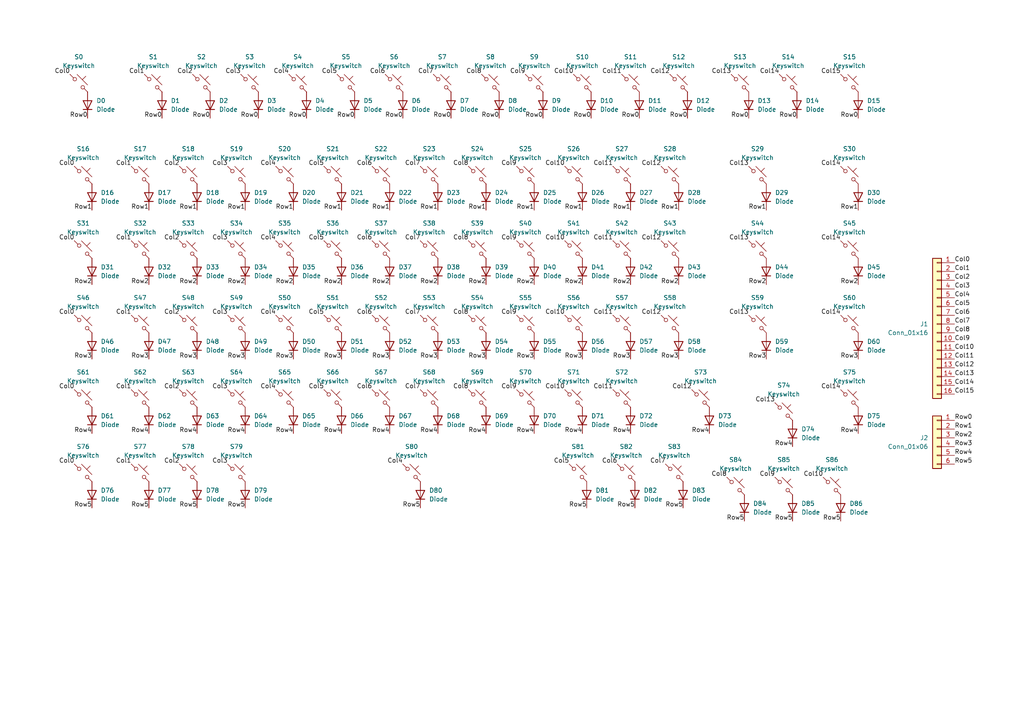
<source format=kicad_sch>
(kicad_sch (version 20231120) (generator "eeschema") (generator_version "8.0")
  (paper "A4")
  (title_block (title "Matrix Board 0") (date "2024-10-04") (rev "0") (company "PsychoDuck"))
  (label "Col9" (at 276.86 99.06 0))
  (label "Col14" (at 226.06 21.59 180))
  (label "Col3" (at 276.86 83.82 0))
  (label "Row1" (at 182.88 60.96 180))
  (label "Row4" (at 182.88 125.73 180))
  (label "Col5" (at 93.98 69.85 180))
  (label "Row2" (at 222.25 82.55 180))
  (label "Row3" (at 99.06 104.14 180))
  (label "Row0" (at 116.84 34.29 180))
  (label "Row1" (at 222.25 60.96 180))
  (label "Col0" (at 21.59 48.26 180))
  (label "Row0" (at 217.17 34.29 180))
  (label "Col6" (at 107.95 69.85 180))
  (label "Row3" (at 71.12 104.14 180))
  (label "Row2" (at 168.91 82.55 180))
  (label "Col13" (at 217.17 48.26 180))
  (label "Row5" (at 243.84 151.13 180))
  (label "Col8" (at 210.82 138.43 180))
  (label "Col2" (at 52.07 91.44 180))
  (label "Col11" (at 177.8 69.85 180))
  (label "Row2" (at 248.92 82.55 180))
  (label "Row2" (at 182.88 82.55 180))
  (label "Col6" (at 276.86 91.44 0))
  (label "Col3" (at 66.04 113.03 180))
  (label "Row1" (at 43.18 60.96 180))
  (label "Row4" (at 205.74 125.73 180))
  (label "Row2" (at 276.86 127 0))
  (label "Row5" (at 57.15 147.32 180))
  (label "Row2" (at 26.67 82.55 180))
  (label "Col4" (at 83.82 21.59 180))
  (label "Row0" (at 88.9 34.29 180))
  (label "Row2" (at 113.03 82.55 180))
  (label "Row4" (at 99.06 125.73 180))
  (label "Col10" (at 166.37 21.59 180))
  (label "Col13" (at 276.86 109.22 0))
  (label "Row5" (at 170.18 147.32 180))
  (label "Row3" (at 57.15 104.14 180))
  (label "Col3" (at 66.04 134.62 180))
  (label "Row4" (at 229.87 129.54 180))
  (label "Col2" (at 276.86 81.28 0))
  (label "Col5" (at 93.98 91.44 180))
  (label "Row3" (at 113.03 104.14 180))
  (label "Row3" (at 85.09 104.14 180))
  (label "Row4" (at 127 125.73 180))
  (label "Row3" (at 182.88 104.14 180))
  (label "Col11" (at 177.8 113.03 180))
  (label "Col9" (at 149.86 69.85 180))
  (label "Col6" (at 107.95 113.03 180))
  (label "Col13" (at 212.09 21.59 180))
  (label "Row4" (at 168.91 125.73 180))
  (label "Col11" (at 180.34 21.59 180))
  (label "Col1" (at 276.86 78.74 0))
  (label "Col3" (at 66.04 69.85 180))
  (label "Row0" (at 130.81 34.29 180))
  (label "Col3" (at 66.04 48.26 180))
  (label "Col0" (at 21.59 113.03 180))
  (label "Row1" (at 248.92 60.96 180))
  (label "Row2" (at 140.97 82.55 180))
  (label "Col8" (at 135.89 69.85 180))
  (label "Col12" (at 191.77 91.44 180))
  (label "Col14" (at 243.84 48.26 180))
  (label "Col1" (at 38.1 48.26 180))
  (label "Row5" (at 215.9 151.13 180))
  (label "Col13" (at 217.17 91.44 180))
  (label "Row3" (at 140.97 104.14 180))
  (label "Row0" (at 46.99 34.29 180))
  (label "Row0" (at 171.45 34.29 180))
  (label "Row0" (at 25.4 34.29 180))
  (label "Col12" (at 200.66 113.03 180))
  (label "Col2" (at 52.07 48.26 180))
  (label "Row1" (at 57.15 60.96 180))
  (label "Row2" (at 85.09 82.55 180))
  (label "Row1" (at 85.09 60.96 180))
  (label "Row3" (at 168.91 104.14 180))
  (label "Row3" (at 127 104.14 180))
  (label "Col2" (at 52.07 134.62 180))
  (label "Col14" (at 276.86 111.76 0))
  (label "Col10" (at 276.86 101.6 0))
  (label "Col9" (at 149.86 48.26 180))
  (label "Col7" (at 193.04 134.62 180))
  (label "Row1" (at 127 60.96 180))
  (label "Col1" (at 41.91 21.59 180))
  (label "Col7" (at 121.92 91.44 180))
  (label "Col10" (at 163.83 91.44 180))
  (label "Row2" (at 127 82.55 180))
  (label "Col7" (at 121.92 69.85 180))
  (label "Col0" (at 21.59 91.44 180))
  (label "Col6" (at 111.76 21.59 180))
  (label "Row5" (at 71.12 147.32 180))
  (label "Row0" (at 60.96 34.29 180))
  (label "Row0" (at 74.93 34.29 180))
  (label "Row2" (at 57.15 82.55 180))
  (label "Col6" (at 179.07 134.62 180))
  (label "Col1" (at 38.1 69.85 180))
  (label "Col0" (at 21.59 134.62 180))
  (label "Col4" (at 80.01 113.03 180))
  (label "Row3" (at 196.85 104.14 180))
  (label "Row2" (at 43.18 82.55 180))
  (label "Row1" (at 168.91 60.96 180))
  (label "Col1" (at 38.1 113.03 180))
  (label "Col4" (at 80.01 48.26 180))
  (label "Col5" (at 93.98 113.03 180))
  (label "Row1" (at 154.94 60.96 180))
  (label "Col0" (at 21.59 69.85 180))
  (label "Col0" (at 20.32 21.59 180))
  (label "Col9" (at 149.86 91.44 180))
  (label "Col0" (at 276.86 76.2 0))
  (label "Row5" (at 43.18 147.32 180))
  (label "Row4" (at 85.09 125.73 180))
  (label "Row3" (at 26.67 104.14 180))
  (label "Row1" (at 140.97 60.96 180))
  (label "Col1" (at 38.1 91.44 180))
  (label "Col11" (at 177.8 91.44 180))
  (label "Row0" (at 157.48 34.29 180))
  (label "Col8" (at 135.89 48.26 180))
  (label "Row0" (at 231.14 34.29 180))
  (label "Col7" (at 276.86 93.98 0))
  (label "Col8" (at 276.86 96.52 0))
  (label "Col11" (at 276.86 104.14 0))
  (label "Col10" (at 238.76 138.43 180))
  (label "Col15" (at 276.86 114.3 0))
  (label "Col12" (at 191.77 69.85 180))
  (label "Row0" (at 248.92 34.29 180))
  (label "Row5" (at 198.12 147.32 180))
  (label "Row3" (at 222.25 104.14 180))
  (label "Col6" (at 107.95 91.44 180))
  (label "Col2" (at 52.07 113.03 180))
  (label "Row0" (at 199.39 34.29 180))
  (label "Col7" (at 121.92 113.03 180))
  (label "Row3" (at 154.94 104.14 180))
  (label "Col10" (at 163.83 113.03 180))
  (label "Row0" (at 276.86 121.92 0))
  (label "Row0" (at 185.42 34.29 180))
  (label "Col6" (at 107.95 48.26 180))
  (label "Col4" (at 116.84 134.62 180))
  (label "Col1" (at 38.1 134.62 180))
  (label "Col9" (at 224.79 138.43 180))
  (label "Col15" (at 243.84 21.59 180))
  (label "Col8" (at 135.89 91.44 180))
  (label "Col3" (at 69.85 21.59 180))
  (label "Row2" (at 99.06 82.55 180))
  (label "Row5" (at 276.86 134.62 0))
  (label "Col12" (at 191.77 48.26 180))
  (label "Col2" (at 52.07 69.85 180))
  (label "Row4" (at 140.97 125.73 180))
  (label "Row2" (at 154.94 82.55 180))
  (label "Col4" (at 80.01 91.44 180))
  (label "Row1" (at 196.85 60.96 180))
  (label "Row4" (at 71.12 125.73 180))
  (label "Col10" (at 163.83 48.26 180))
  (label "Row4" (at 57.15 125.73 180))
  (label "Col14" (at 243.84 69.85 180))
  (label "Col11" (at 177.8 48.26 180))
  (label "Row1" (at 26.67 60.96 180))
  (label "Row2" (at 196.85 82.55 180))
  (label "Row4" (at 43.18 125.73 180))
  (label "Col5" (at 276.86 88.9 0))
  (label "Col8" (at 135.89 113.03 180))
  (label "Row5" (at 229.87 151.13 180))
  (label "Row4" (at 276.86 132.08 0))
  (label "Col13" (at 224.79 116.84 180))
  (label "Col9" (at 152.4 21.59 180))
  (label "Col2" (at 55.88 21.59 180))
  (label "Row4" (at 248.92 125.73 180))
  (label "Col12" (at 194.31 21.59 180))
  (label "Row2" (at 71.12 82.55 180))
  (label "Row4" (at 26.67 125.73 180))
  (label "Col13" (at 217.17 69.85 180))
  (label "Row3" (at 248.92 104.14 180))
  (label "Row5" (at 121.92 147.32 180))
  (label "Col7" (at 125.73 21.59 180))
  (label "Row5" (at 184.15 147.32 180))
  (label "Row0" (at 144.78 34.29 180))
  (label "Col5" (at 93.98 48.26 180))
  (label "Col14" (at 243.84 91.44 180))
  (label "Col10" (at 163.83 69.85 180))
  (label "Row1" (at 99.06 60.96 180))
  (label "Col4" (at 80.01 69.85 180))
  (label "Col5" (at 97.79 21.59 180))
  (label "Col7" (at 121.92 48.26 180))
  (label "Col12" (at 276.86 106.68 0))
  (label "Col8" (at 139.7 21.59 180))
  (label "Row4" (at 113.03 125.73 180))
  (label "Row1" (at 113.03 60.96 180))
  (label "Col9" (at 149.86 113.03 180))
  (label "Row1" (at 276.86 124.46 0))
  (label "Col3" (at 66.04 91.44 180))
  (label "Row5" (at 26.67 147.32 180))
  (label "Row1" (at 71.12 60.96 180))
  (label "Row4" (at 154.94 125.73 180))
  (label "Row3" (at 276.86 129.54 0))
  (label "Row0" (at 102.87 34.29 180))
  (label "Row3" (at 43.18 104.14 180))
  (label "Col5" (at 165.1 134.62 180))
  (label "Col4" (at 276.86 86.36 0))
  (label "Col14" (at 243.84 113.03 180))
  (symbol (lib_id "ScottoKeebs:Placeholder_Keyswitch") (at 195.58 137.16 0) (unit 1)
    (property "Reference" "S83" (at 195.58 129.54 0))
    (property "Value" "Keyswitch" (at 195.58 132.08 0))
    (property "Footprint" "ScottoKeebs_Hotswap:Hotswap_MX_1.00u" (effects (hide yes)))
    (property "Description" "Push button switch, normally open, two pins, 45° tilted" (effects (hide yes)))
  )
  (symbol (lib_id "ScottoKeebs:Placeholder_Keyswitch") (at 138.43 72.39 0) (unit 1)
    (property "Reference" "S39" (at 138.43 64.77 0))
    (property "Value" "Keyswitch" (at 138.43 67.31 0))
    (property "Footprint" "ScottoKeebs_Hotswap:Hotswap_MX_1.00u" (effects (hide yes)))
    (property "Description" "Push button switch, normally open, two pins, 45° tilted" (effects (hide yes)))
  )
  (symbol (lib_id "ScottoKeebs:Placeholder_Diode") (at 184.15 143.51 90) (unit 1)
    (property "Reference" "D82" (at 186.69 142.2399 90) (effects (justify right)))
    (property "Value" "Diode" (at 186.69 144.7799 90) (effects (justify right)))
    (property "Footprint" "Diode_THT:D_DO-35_SOD27_P10.16mm_Horizontal" (effects (hide yes)))
    (property "Description" "1N4148 (DO-35) or 1N4148W (SOD-123)" (effects (hide yes)))
    (property "Sim.Device" "D" (effects (hide yes)))
    (property "Sim.Pins" "1=K 2=A" (effects (hide yes)))
  )
  (symbol (lib_id "ScottoKeebs:Placeholder_Keyswitch") (at 194.31 50.8 0) (unit 1)
    (property "Reference" "S28" (at 194.31 43.18 0))
    (property "Value" "Keyswitch" (at 194.31 45.72 0))
    (property "Footprint" "ScottoKeebs_Hotswap:Hotswap_MX_1.00u" (effects (hide yes)))
    (property "Description" "Push button switch, normally open, two pins, 45° tilted" (effects (hide yes)))
  )
  (symbol (lib_id "ScottoKeebs:Placeholder_Diode") (at 144.78 30.48 90) (unit 1)
    (property "Reference" "D8" (at 147.32 29.2099 90) (effects (justify right)))
    (property "Value" "Diode" (at 147.32 31.7499 90) (effects (justify right)))
    (property "Footprint" "Diode_THT:D_DO-35_SOD27_P10.16mm_Horizontal" (effects (hide yes)))
    (property "Description" "1N4148 (DO-35) or 1N4148W (SOD-123)" (effects (hide yes)))
    (property "Sim.Device" "D" (effects (hide yes)))
    (property "Sim.Pins" "1=K 2=A" (effects (hide yes)))
  )
  (symbol (lib_id "ScottoKeebs:Placeholder_Keyswitch") (at 152.4 93.98 0) (unit 1)
    (property "Reference" "S55" (at 152.4 86.36 0))
    (property "Value" "Keyswitch" (at 152.4 88.9 0))
    (property "Footprint" "ScottoKeebs_Hotswap:Hotswap_MX_1.00u" (effects (hide yes)))
    (property "Description" "Push button switch, normally open, two pins, 45° tilted" (effects (hide yes)))
  )
  (symbol (lib_id "ScottoKeebs:Placeholder_Keyswitch") (at 194.31 72.39 0) (unit 1)
    (property "Reference" "S43" (at 194.31 64.77 0))
    (property "Value" "Keyswitch" (at 194.31 67.31 0))
    (property "Footprint" "ScottoKeebs_Hotswap:Hotswap_MX_1.00u" (effects (hide yes)))
    (property "Description" "Push button switch, normally open, two pins, 45° tilted" (effects (hide yes)))
  )
  (symbol (lib_id "ScottoKeebs:Placeholder_Diode") (at 57.15 57.15 90) (unit 1)
    (property "Reference" "D18" (at 59.69 55.8799 90) (effects (justify right)))
    (property "Value" "Diode" (at 59.69 58.4199 90) (effects (justify right)))
    (property "Footprint" "Diode_THT:D_DO-35_SOD27_P10.16mm_Horizontal" (effects (hide yes)))
    (property "Description" "1N4148 (DO-35) or 1N4148W (SOD-123)" (effects (hide yes)))
    (property "Sim.Device" "D" (effects (hide yes)))
    (property "Sim.Pins" "1=K 2=A" (effects (hide yes)))
  )
  (symbol (lib_id "ScottoKeebs:Placeholder_Diode") (at 25.4 30.48 90) (unit 1)
    (property "Reference" "D0" (at 27.94 29.2099 90) (effects (justify right)))
    (property "Value" "Diode" (at 27.94 31.7499 90) (effects (justify right)))
    (property "Footprint" "Diode_THT:D_DO-35_SOD27_P10.16mm_Horizontal" (effects (hide yes)))
    (property "Description" "1N4148 (DO-35) or 1N4148W (SOD-123)" (effects (hide yes)))
    (property "Sim.Device" "D" (effects (hide yes)))
    (property "Sim.Pins" "1=K 2=A" (effects (hide yes)))
  )
  (symbol (lib_id "ScottoKeebs:Placeholder_Diode") (at 248.92 121.92 90) (unit 1)
    (property "Reference" "D75" (at 251.46 120.6499 90) (effects (justify right)))
    (property "Value" "Diode" (at 251.46 123.1899 90) (effects (justify right)))
    (property "Footprint" "Diode_THT:D_DO-35_SOD27_P10.16mm_Horizontal" (effects (hide yes)))
    (property "Description" "1N4148 (DO-35) or 1N4148W (SOD-123)" (effects (hide yes)))
    (property "Sim.Device" "D" (effects (hide yes)))
    (property "Sim.Pins" "1=K 2=A" (effects (hide yes)))
  )
  (symbol (lib_id "ScottoKeebs:Placeholder_Keyswitch") (at 246.38 72.39 0) (unit 1)
    (property "Reference" "S45" (at 246.38 64.77 0))
    (property "Value" "Keyswitch" (at 246.38 67.31 0))
    (property "Footprint" "ScottoKeebs_Hotswap:Hotswap_MX_1.00u" (effects (hide yes)))
    (property "Description" "Push button switch, normally open, two pins, 45° tilted" (effects (hide yes)))
  )
  (symbol (lib_id "ScottoKeebs:Placeholder_Keyswitch") (at 228.6 24.13 0) (unit 1)
    (property "Reference" "S14" (at 228.6 16.51 0))
    (property "Value" "Keyswitch" (at 228.6 19.05 0))
    (property "Footprint" "ScottoKeebs_Hotswap:Hotswap_MX_1.00u" (effects (hide yes)))
    (property "Description" "Push button switch, normally open, two pins, 45° tilted" (effects (hide yes)))
  )
  (symbol (lib_id "ScottoKeebs:Placeholder_Diode") (at 43.18 143.51 90) (unit 1)
    (property "Reference" "D77" (at 45.72 142.2399 90) (effects (justify right)))
    (property "Value" "Diode" (at 45.72 144.7799 90) (effects (justify right)))
    (property "Footprint" "Diode_THT:D_DO-35_SOD27_P10.16mm_Horizontal" (effects (hide yes)))
    (property "Description" "1N4148 (DO-35) or 1N4148W (SOD-123)" (effects (hide yes)))
    (property "Sim.Device" "D" (effects (hide yes)))
    (property "Sim.Pins" "1=K 2=A" (effects (hide yes)))
  )
  (symbol (lib_id "ScottoKeebs:Placeholder_Keyswitch") (at 138.43 50.8 0) (unit 1)
    (property "Reference" "S24" (at 138.43 43.18 0))
    (property "Value" "Keyswitch" (at 138.43 45.72 0))
    (property "Footprint" "ScottoKeebs_Hotswap:Hotswap_MX_1.00u" (effects (hide yes)))
    (property "Description" "Push button switch, normally open, two pins, 45° tilted" (effects (hide yes)))
  )
  (symbol (lib_id "ScottoKeebs:Placeholder_Diode") (at 99.06 57.15 90) (unit 1)
    (property "Reference" "D21" (at 101.6 55.8799 90) (effects (justify right)))
    (property "Value" "Diode" (at 101.6 58.4199 90) (effects (justify right)))
    (property "Footprint" "Diode_THT:D_DO-35_SOD27_P10.16mm_Horizontal" (effects (hide yes)))
    (property "Description" "1N4148 (DO-35) or 1N4148W (SOD-123)" (effects (hide yes)))
    (property "Sim.Device" "D" (effects (hide yes)))
    (property "Sim.Pins" "1=K 2=A" (effects (hide yes)))
  )
  (symbol (lib_id "ScottoKeebs:Placeholder_Keyswitch") (at 22.86 24.13 0) (unit 1)
    (property "Reference" "S0" (at 22.86 16.51 0))
    (property "Value" "Keyswitch" (at 22.86 19.05 0))
    (property "Footprint" "ScottoKeebs_Hotswap:Hotswap_MX_1.00u" (effects (hide yes)))
    (property "Description" "Push button switch, normally open, two pins, 45° tilted" (effects (hide yes)))
  )
  (symbol (lib_id "ScottoKeebs:Placeholder_Diode") (at 71.12 78.74 90) (unit 1)
    (property "Reference" "D34" (at 73.66 77.4699 90) (effects (justify right)))
    (property "Value" "Diode" (at 73.66 80.0099 90) (effects (justify right)))
    (property "Footprint" "Diode_THT:D_DO-35_SOD27_P10.16mm_Horizontal" (effects (hide yes)))
    (property "Description" "1N4148 (DO-35) or 1N4148W (SOD-123)" (effects (hide yes)))
    (property "Sim.Device" "D" (effects (hide yes)))
    (property "Sim.Pins" "1=K 2=A" (effects (hide yes)))
  )
  (symbol (lib_id "ScottoKeebs:Placeholder_Diode") (at 168.91 57.15 90) (unit 1)
    (property "Reference" "D26" (at 171.45 55.8799 90) (effects (justify right)))
    (property "Value" "Diode" (at 171.45 58.4199 90) (effects (justify right)))
    (property "Footprint" "Diode_THT:D_DO-35_SOD27_P10.16mm_Horizontal" (effects (hide yes)))
    (property "Description" "1N4148 (DO-35) or 1N4148W (SOD-123)" (effects (hide yes)))
    (property "Sim.Device" "D" (effects (hide yes)))
    (property "Sim.Pins" "1=K 2=A" (effects (hide yes)))
  )
  (symbol (lib_id "ScottoKeebs:Placeholder_Keyswitch") (at 246.38 24.13 0) (unit 1)
    (property "Reference" "S15" (at 246.38 16.51 0))
    (property "Value" "Keyswitch" (at 246.38 19.05 0))
    (property "Footprint" "ScottoKeebs_Hotswap:Hotswap_MX_1.00u" (effects (hide yes)))
    (property "Description" "Push button switch, normally open, two pins, 45° tilted" (effects (hide yes)))
  )
  (symbol (lib_id "ScottoKeebs:Placeholder_Diode") (at 196.85 78.74 90) (unit 1)
    (property "Reference" "D43" (at 199.39 77.4699 90) (effects (justify right)))
    (property "Value" "Diode" (at 199.39 80.0099 90) (effects (justify right)))
    (property "Footprint" "Diode_THT:D_DO-35_SOD27_P10.16mm_Horizontal" (effects (hide yes)))
    (property "Description" "1N4148 (DO-35) or 1N4148W (SOD-123)" (effects (hide yes)))
    (property "Sim.Device" "D" (effects (hide yes)))
    (property "Sim.Pins" "1=K 2=A" (effects (hide yes)))
  )
  (symbol (lib_id "ScottoKeebs:Placeholder_Diode") (at 185.42 30.48 90) (unit 1)
    (property "Reference" "D11" (at 187.96 29.2099 90) (effects (justify right)))
    (property "Value" "Diode" (at 187.96 31.7499 90) (effects (justify right)))
    (property "Footprint" "Diode_THT:D_DO-35_SOD27_P10.16mm_Horizontal" (effects (hide yes)))
    (property "Description" "1N4148 (DO-35) or 1N4148W (SOD-123)" (effects (hide yes)))
    (property "Sim.Device" "D" (effects (hide yes)))
    (property "Sim.Pins" "1=K 2=A" (effects (hide yes)))
  )
  (symbol (lib_id "ScottoKeebs:Placeholder_Keyswitch") (at 24.13 93.98 0) (unit 1)
    (property "Reference" "S46" (at 24.13 86.36 0))
    (property "Value" "Keyswitch" (at 24.13 88.9 0))
    (property "Footprint" "ScottoKeebs_Hotswap:Hotswap_MX_1.00u" (effects (hide yes)))
    (property "Description" "Push button switch, normally open, two pins, 45° tilted" (effects (hide yes)))
  )
  (symbol (lib_id "ScottoKeebs:Placeholder_Diode") (at 182.88 78.74 90) (unit 1)
    (property "Reference" "D42" (at 185.42 77.4699 90) (effects (justify right)))
    (property "Value" "Diode" (at 185.42 80.0099 90) (effects (justify right)))
    (property "Footprint" "Diode_THT:D_DO-35_SOD27_P10.16mm_Horizontal" (effects (hide yes)))
    (property "Description" "1N4148 (DO-35) or 1N4148W (SOD-123)" (effects (hide yes)))
    (property "Sim.Device" "D" (effects (hide yes)))
    (property "Sim.Pins" "1=K 2=A" (effects (hide yes)))
  )
  (symbol (lib_id "ScottoKeebs:Placeholder_Keyswitch") (at 40.64 137.16 0) (unit 1)
    (property "Reference" "S77" (at 40.64 129.54 0))
    (property "Value" "Keyswitch" (at 40.64 132.08 0))
    (property "Footprint" "ScottoKeebs_Hotswap:Hotswap_MX_1.00u" (effects (hide yes)))
    (property "Description" "Push button switch, normally open, two pins, 45° tilted" (effects (hide yes)))
  )
  (symbol (lib_id "ScottoKeebs:Placeholder_Diode") (at 196.85 57.15 90) (unit 1)
    (property "Reference" "D28" (at 199.39 55.8799 90) (effects (justify right)))
    (property "Value" "Diode" (at 199.39 58.4199 90) (effects (justify right)))
    (property "Footprint" "Diode_THT:D_DO-35_SOD27_P10.16mm_Horizontal" (effects (hide yes)))
    (property "Description" "1N4148 (DO-35) or 1N4148W (SOD-123)" (effects (hide yes)))
    (property "Sim.Device" "D" (effects (hide yes)))
    (property "Sim.Pins" "1=K 2=A" (effects (hide yes)))
  )
  (symbol (lib_id "ScottoKeebs:Placeholder_Keyswitch") (at 214.63 24.13 0) (unit 1)
    (property "Reference" "S13" (at 214.63 16.51 0))
    (property "Value" "Keyswitch" (at 214.63 19.05 0))
    (property "Footprint" "ScottoKeebs_Hotswap:Hotswap_MX_1.00u" (effects (hide yes)))
    (property "Description" "Push button switch, normally open, two pins, 45° tilted" (effects (hide yes)))
  )
  (symbol (lib_id "ScottoKeebs:Placeholder_Diode") (at 154.94 100.33 90) (unit 1)
    (property "Reference" "D55" (at 157.48 99.0599 90) (effects (justify right)))
    (property "Value" "Diode" (at 157.48 101.5999 90) (effects (justify right)))
    (property "Footprint" "Diode_THT:D_DO-35_SOD27_P10.16mm_Horizontal" (effects (hide yes)))
    (property "Description" "1N4148 (DO-35) or 1N4148W (SOD-123)" (effects (hide yes)))
    (property "Sim.Device" "D" (effects (hide yes)))
    (property "Sim.Pins" "1=K 2=A" (effects (hide yes)))
  )
  (symbol (lib_id "ScottoKeebs:Placeholder_Diode") (at 140.97 121.92 90) (unit 1)
    (property "Reference" "D69" (at 143.51 120.6499 90) (effects (justify right)))
    (property "Value" "Diode" (at 143.51 123.1899 90) (effects (justify right)))
    (property "Footprint" "Diode_THT:D_DO-35_SOD27_P10.16mm_Horizontal" (effects (hide yes)))
    (property "Description" "1N4148 (DO-35) or 1N4148W (SOD-123)" (effects (hide yes)))
    (property "Sim.Device" "D" (effects (hide yes)))
    (property "Sim.Pins" "1=K 2=A" (effects (hide yes)))
  )
  (symbol (lib_id "ScottoKeebs:Placeholder_Keyswitch") (at 124.46 50.8 0) (unit 1)
    (property "Reference" "S23" (at 124.46 43.18 0))
    (property "Value" "Keyswitch" (at 124.46 45.72 0))
    (property "Footprint" "ScottoKeebs_Hotswap:Hotswap_MX_1.00u" (effects (hide yes)))
    (property "Description" "Push button switch, normally open, two pins, 45° tilted" (effects (hide yes)))
  )
  (symbol (lib_id "ScottoKeebs:Placeholder_Diode") (at 113.03 57.15 90) (unit 1)
    (property "Reference" "D22" (at 115.57 55.8799 90) (effects (justify right)))
    (property "Value" "Diode" (at 115.57 58.4199 90) (effects (justify right)))
    (property "Footprint" "Diode_THT:D_DO-35_SOD27_P10.16mm_Horizontal" (effects (hide yes)))
    (property "Description" "1N4148 (DO-35) or 1N4148W (SOD-123)" (effects (hide yes)))
    (property "Sim.Device" "D" (effects (hide yes)))
    (property "Sim.Pins" "1=K 2=A" (effects (hide yes)))
  )
  (symbol (lib_id "ScottoKeebs:Placeholder_Diode") (at 74.93 30.48 90) (unit 1)
    (property "Reference" "D3" (at 77.47 29.2099 90) (effects (justify right)))
    (property "Value" "Diode" (at 77.47 31.7499 90) (effects (justify right)))
    (property "Footprint" "Diode_THT:D_DO-35_SOD27_P10.16mm_Horizontal" (effects (hide yes)))
    (property "Description" "1N4148 (DO-35) or 1N4148W (SOD-123)" (effects (hide yes)))
    (property "Sim.Device" "D" (effects (hide yes)))
    (property "Sim.Pins" "1=K 2=A" (effects (hide yes)))
  )
  (symbol (lib_id "Connector_Generic:Conn_01x16") (at 271.78 93.98 0) (mirror y) (unit 1)
    (property "Reference" "J1" (at 269.24 93.9799 0) (effects (justify left)))
    (property "Value" "Conn_01x16" (at 269.24 96.5199 0) (effects (justify left)))
    (property "Footprint" "Connector_PinSocket_2.54mm:PinSocket_1x16_P2.54mm_Vertical" (effects (hide yes)))
    (property "Description" "Generic connector, single row, 01x16, script generated (kicad-library-utils/schlib/autogen/connector/)" (effects (hide yes)))
  )
  (symbol (lib_id "ScottoKeebs:Placeholder_Keyswitch") (at 166.37 72.39 0) (unit 1)
    (property "Reference" "S41" (at 166.37 64.77 0))
    (property "Value" "Keyswitch" (at 166.37 67.31 0))
    (property "Footprint" "ScottoKeebs_Hotswap:Hotswap_MX_1.00u" (effects (hide yes)))
    (property "Description" "Push button switch, normally open, two pins, 45° tilted" (effects (hide yes)))
  )
  (symbol (lib_id "ScottoKeebs:Placeholder_Keyswitch") (at 110.49 72.39 0) (unit 1)
    (property "Reference" "S37" (at 110.49 64.77 0))
    (property "Value" "Keyswitch" (at 110.49 67.31 0))
    (property "Footprint" "ScottoKeebs_Hotswap:Hotswap_MX_1.00u" (effects (hide yes)))
    (property "Description" "Push button switch, normally open, two pins, 45° tilted" (effects (hide yes)))
  )
  (symbol (lib_id "ScottoKeebs:Placeholder_Keyswitch") (at 124.46 115.57 0) (unit 1)
    (property "Reference" "S68" (at 124.46 107.95 0))
    (property "Value" "Keyswitch" (at 124.46 110.49 0))
    (property "Footprint" "ScottoKeebs_Hotswap:Hotswap_MX_1.00u" (effects (hide yes)))
    (property "Description" "Push button switch, normally open, two pins, 45° tilted" (effects (hide yes)))
  )
  (symbol (lib_id "ScottoKeebs:Placeholder_Keyswitch") (at 219.71 50.8 0) (unit 1)
    (property "Reference" "S29" (at 219.71 43.18 0))
    (property "Value" "Keyswitch" (at 219.71 45.72 0))
    (property "Footprint" "ScottoKeebs_Hotswap:Hotswap_MX_1.00u" (effects (hide yes)))
    (property "Description" "Push button switch, normally open, two pins, 45° tilted" (effects (hide yes)))
  )
  (symbol (lib_id "ScottoKeebs:Placeholder_Diode") (at 99.06 100.33 90) (unit 1)
    (property "Reference" "D51" (at 101.6 99.0599 90) (effects (justify right)))
    (property "Value" "Diode" (at 101.6 101.5999 90) (effects (justify right)))
    (property "Footprint" "Diode_THT:D_DO-35_SOD27_P10.16mm_Horizontal" (effects (hide yes)))
    (property "Description" "1N4148 (DO-35) or 1N4148W (SOD-123)" (effects (hide yes)))
    (property "Sim.Device" "D" (effects (hide yes)))
    (property "Sim.Pins" "1=K 2=A" (effects (hide yes)))
  )
  (symbol (lib_id "ScottoKeebs:Placeholder_Diode") (at 43.18 100.33 90) (unit 1)
    (property "Reference" "D47" (at 45.72 99.0599 90) (effects (justify right)))
    (property "Value" "Diode" (at 45.72 101.5999 90) (effects (justify right)))
    (property "Footprint" "Diode_THT:D_DO-35_SOD27_P10.16mm_Horizontal" (effects (hide yes)))
    (property "Description" "1N4148 (DO-35) or 1N4148W (SOD-123)" (effects (hide yes)))
    (property "Sim.Device" "D" (effects (hide yes)))
    (property "Sim.Pins" "1=K 2=A" (effects (hide yes)))
  )
  (symbol (lib_id "ScottoKeebs:Placeholder_Diode") (at 57.15 78.74 90) (unit 1)
    (property "Reference" "D33" (at 59.69 77.4699 90) (effects (justify right)))
    (property "Value" "Diode" (at 59.69 80.0099 90) (effects (justify right)))
    (property "Footprint" "Diode_THT:D_DO-35_SOD27_P10.16mm_Horizontal" (effects (hide yes)))
    (property "Description" "1N4148 (DO-35) or 1N4148W (SOD-123)" (effects (hide yes)))
    (property "Sim.Device" "D" (effects (hide yes)))
    (property "Sim.Pins" "1=K 2=A" (effects (hide yes)))
  )
  (symbol (lib_id "ScottoKeebs:Placeholder_Keyswitch") (at 54.61 72.39 0) (unit 1)
    (property "Reference" "S33" (at 54.61 64.77 0))
    (property "Value" "Keyswitch" (at 54.61 67.31 0))
    (property "Footprint" "ScottoKeebs_Hotswap:Hotswap_MX_1.00u" (effects (hide yes)))
    (property "Description" "Push button switch, normally open, two pins, 45° tilted" (effects (hide yes)))
  )
  (symbol (lib_id "ScottoKeebs:Placeholder_Keyswitch") (at 181.61 137.16 0) (unit 1)
    (property "Reference" "S82" (at 181.61 129.54 0))
    (property "Value" "Keyswitch" (at 181.61 132.08 0))
    (property "Footprint" "ScottoKeebs_Hotswap:Hotswap_MX_1.00u" (effects (hide yes)))
    (property "Description" "Push button switch, normally open, two pins, 45° tilted" (effects (hide yes)))
  )
  (symbol (lib_id "ScottoKeebs:Placeholder_Keyswitch") (at 124.46 72.39 0) (unit 1)
    (property "Reference" "S38" (at 124.46 64.77 0))
    (property "Value" "Keyswitch" (at 124.46 67.31 0))
    (property "Footprint" "ScottoKeebs_Hotswap:Hotswap_MX_1.00u" (effects (hide yes)))
    (property "Description" "Push button switch, normally open, two pins, 45° tilted" (effects (hide yes)))
  )
  (symbol (lib_id "ScottoKeebs:Placeholder_Keyswitch") (at 40.64 72.39 0) (unit 1)
    (property "Reference" "S32" (at 40.64 64.77 0))
    (property "Value" "Keyswitch" (at 40.64 67.31 0))
    (property "Footprint" "ScottoKeebs_Hotswap:Hotswap_MX_1.00u" (effects (hide yes)))
    (property "Description" "Push button switch, normally open, two pins, 45° tilted" (effects (hide yes)))
  )
  (symbol (lib_id "ScottoKeebs:Placeholder_Keyswitch") (at 182.88 24.13 0) (unit 1)
    (property "Reference" "S11" (at 182.88 16.51 0))
    (property "Value" "Keyswitch" (at 182.88 19.05 0))
    (property "Footprint" "ScottoKeebs_Hotswap:Hotswap_MX_1.00u" (effects (hide yes)))
    (property "Description" "Push button switch, normally open, two pins, 45° tilted" (effects (hide yes)))
  )
  (symbol (lib_id "ScottoKeebs:Placeholder_Diode") (at 127 100.33 90) (unit 1)
    (property "Reference" "D53" (at 129.54 99.0599 90) (effects (justify right)))
    (property "Value" "Diode" (at 129.54 101.5999 90) (effects (justify right)))
    (property "Footprint" "Diode_THT:D_DO-35_SOD27_P10.16mm_Horizontal" (effects (hide yes)))
    (property "Description" "1N4148 (DO-35) or 1N4148W (SOD-123)" (effects (hide yes)))
    (property "Sim.Device" "D" (effects (hide yes)))
    (property "Sim.Pins" "1=K 2=A" (effects (hide yes)))
  )
  (symbol (lib_id "ScottoKeebs:Placeholder_Keyswitch") (at 194.31 93.98 0) (unit 1)
    (property "Reference" "S58" (at 194.31 86.36 0))
    (property "Value" "Keyswitch" (at 194.31 88.9 0))
    (property "Footprint" "ScottoKeebs_Hotswap:Hotswap_MX_1.00u" (effects (hide yes)))
    (property "Description" "Push button switch, normally open, two pins, 45° tilted" (effects (hide yes)))
  )
  (symbol (lib_id "ScottoKeebs:Placeholder_Keyswitch") (at 241.3 140.97 0) (unit 1)
    (property "Reference" "S86" (at 241.3 133.35 0))
    (property "Value" "Keyswitch" (at 241.3 135.89 0))
    (property "Footprint" "ScottoKeebs_Hotswap:Hotswap_MX_1.00u" (effects (hide yes)))
    (property "Description" "Push button switch, normally open, two pins, 45° tilted" (effects (hide yes)))
  )
  (symbol (lib_id "ScottoKeebs:Placeholder_Diode") (at 85.09 78.74 90) (unit 1)
    (property "Reference" "D35" (at 87.63 77.4699 90) (effects (justify right)))
    (property "Value" "Diode" (at 87.63 80.0099 90) (effects (justify right)))
    (property "Footprint" "Diode_THT:D_DO-35_SOD27_P10.16mm_Horizontal" (effects (hide yes)))
    (property "Description" "1N4148 (DO-35) or 1N4148W (SOD-123)" (effects (hide yes)))
    (property "Sim.Device" "D" (effects (hide yes)))
    (property "Sim.Pins" "1=K 2=A" (effects (hide yes)))
  )
  (symbol (lib_id "ScottoKeebs:Placeholder_Diode") (at 248.92 100.33 90) (unit 1)
    (property "Reference" "D60" (at 251.46 99.0599 90) (effects (justify right)))
    (property "Value" "Diode" (at 251.46 101.5999 90) (effects (justify right)))
    (property "Footprint" "Diode_THT:D_DO-35_SOD27_P10.16mm_Horizontal" (effects (hide yes)))
    (property "Description" "1N4148 (DO-35) or 1N4148W (SOD-123)" (effects (hide yes)))
    (property "Sim.Device" "D" (effects (hide yes)))
    (property "Sim.Pins" "1=K 2=A" (effects (hide yes)))
  )
  (symbol (lib_id "ScottoKeebs:Placeholder_Keyswitch") (at 82.55 72.39 0) (unit 1)
    (property "Reference" "S35" (at 82.55 64.77 0))
    (property "Value" "Keyswitch" (at 82.55 67.31 0))
    (property "Footprint" "ScottoKeebs_Hotswap:Hotswap_MX_1.00u" (effects (hide yes)))
    (property "Description" "Push button switch, normally open, two pins, 45° tilted" (effects (hide yes)))
  )
  (symbol (lib_id "ScottoKeebs:Placeholder_Diode") (at 102.87 30.48 90) (unit 1)
    (property "Reference" "D5" (at 105.41 29.2099 90) (effects (justify right)))
    (property "Value" "Diode" (at 105.41 31.7499 90) (effects (justify right)))
    (property "Footprint" "Diode_THT:D_DO-35_SOD27_P10.16mm_Horizontal" (effects (hide yes)))
    (property "Description" "1N4148 (DO-35) or 1N4148W (SOD-123)" (effects (hide yes)))
    (property "Sim.Device" "D" (effects (hide yes)))
    (property "Sim.Pins" "1=K 2=A" (effects (hide yes)))
  )
  (symbol (lib_id "ScottoKeebs:Placeholder_Diode") (at 43.18 78.74 90) (unit 1)
    (property "Reference" "D32" (at 45.72 77.4699 90) (effects (justify right)))
    (property "Value" "Diode" (at 45.72 80.0099 90) (effects (justify right)))
    (property "Footprint" "Diode_THT:D_DO-35_SOD27_P10.16mm_Horizontal" (effects (hide yes)))
    (property "Description" "1N4148 (DO-35) or 1N4148W (SOD-123)" (effects (hide yes)))
    (property "Sim.Device" "D" (effects (hide yes)))
    (property "Sim.Pins" "1=K 2=A" (effects (hide yes)))
  )
  (symbol (lib_id "ScottoKeebs:Placeholder_Diode") (at 26.67 57.15 90) (unit 1)
    (property "Reference" "D16" (at 29.21 55.8799 90) (effects (justify right)))
    (property "Value" "Diode" (at 29.21 58.4199 90) (effects (justify right)))
    (property "Footprint" "Diode_THT:D_DO-35_SOD27_P10.16mm_Horizontal" (effects (hide yes)))
    (property "Description" "1N4148 (DO-35) or 1N4148W (SOD-123)" (effects (hide yes)))
    (property "Sim.Device" "D" (effects (hide yes)))
    (property "Sim.Pins" "1=K 2=A" (effects (hide yes)))
  )
  (symbol (lib_id "ScottoKeebs:Placeholder_Keyswitch") (at 54.61 115.57 0) (unit 1)
    (property "Reference" "S63" (at 54.61 107.95 0))
    (property "Value" "Keyswitch" (at 54.61 110.49 0))
    (property "Footprint" "ScottoKeebs_Hotswap:Hotswap_MX_1.00u" (effects (hide yes)))
    (property "Description" "Push button switch, normally open, two pins, 45° tilted" (effects (hide yes)))
  )
  (symbol (lib_id "ScottoKeebs:Placeholder_Keyswitch") (at 227.33 119.38 0) (unit 1)
    (property "Reference" "S74" (at 227.33 111.76 0))
    (property "Value" "Keyswitch" (at 227.33 114.3 0))
    (property "Footprint" "ScottoKeebs_Hotswap:Hotswap_MX_1.00u" (effects (hide yes)))
    (property "Description" "Push button switch, normally open, two pins, 45° tilted" (effects (hide yes)))
  )
  (symbol (lib_id "ScottoKeebs:Placeholder_Diode") (at 26.67 100.33 90) (unit 1)
    (property "Reference" "D46" (at 29.21 99.0599 90) (effects (justify right)))
    (property "Value" "Diode" (at 29.21 101.5999 90) (effects (justify right)))
    (property "Footprint" "Diode_THT:D_DO-35_SOD27_P10.16mm_Horizontal" (effects (hide yes)))
    (property "Description" "1N4148 (DO-35) or 1N4148W (SOD-123)" (effects (hide yes)))
    (property "Sim.Device" "D" (effects (hide yes)))
    (property "Sim.Pins" "1=K 2=A" (effects (hide yes)))
  )
  (symbol (lib_id "ScottoKeebs:Placeholder_Keyswitch") (at 68.58 50.8 0) (unit 1)
    (property "Reference" "S19" (at 68.58 43.18 0))
    (property "Value" "Keyswitch" (at 68.58 45.72 0))
    (property "Footprint" "ScottoKeebs_Hotswap:Hotswap_MX_1.00u" (effects (hide yes)))
    (property "Description" "Push button switch, normally open, two pins, 45° tilted" (effects (hide yes)))
  )
  (symbol (lib_id "ScottoKeebs:Placeholder_Diode") (at 154.94 78.74 90) (unit 1)
    (property "Reference" "D40" (at 157.48 77.4699 90) (effects (justify right)))
    (property "Value" "Diode" (at 157.48 80.0099 90) (effects (justify right)))
    (property "Footprint" "Diode_THT:D_DO-35_SOD27_P10.16mm_Horizontal" (effects (hide yes)))
    (property "Description" "1N4148 (DO-35) or 1N4148W (SOD-123)" (effects (hide yes)))
    (property "Sim.Device" "D" (effects (hide yes)))
    (property "Sim.Pins" "1=K 2=A" (effects (hide yes)))
  )
  (symbol (lib_id "ScottoKeebs:Placeholder_Keyswitch") (at 227.33 140.97 0) (unit 1)
    (property "Reference" "S85" (at 227.33 133.35 0))
    (property "Value" "Keyswitch" (at 227.33 135.89 0))
    (property "Footprint" "ScottoKeebs_Hotswap:Hotswap_MX_1.00u" (effects (hide yes)))
    (property "Description" "Push button switch, normally open, two pins, 45° tilted" (effects (hide yes)))
  )
  (symbol (lib_id "ScottoKeebs:Placeholder_Keyswitch") (at 203.2 115.57 0) (unit 1)
    (property "Reference" "S73" (at 203.2 107.95 0))
    (property "Value" "Keyswitch" (at 203.2 110.49 0))
    (property "Footprint" "ScottoKeebs_Hotswap:Hotswap_MX_1.00u" (effects (hide yes)))
    (property "Description" "Push button switch, normally open, two pins, 45° tilted" (effects (hide yes)))
  )
  (symbol (lib_id "ScottoKeebs:Placeholder_Diode") (at 222.25 57.15 90) (unit 1)
    (property "Reference" "D29" (at 224.79 55.8799 90) (effects (justify right)))
    (property "Value" "Diode" (at 224.79 58.4199 90) (effects (justify right)))
    (property "Footprint" "Diode_THT:D_DO-35_SOD27_P10.16mm_Horizontal" (effects (hide yes)))
    (property "Description" "1N4148 (DO-35) or 1N4148W (SOD-123)" (effects (hide yes)))
    (property "Sim.Device" "D" (effects (hide yes)))
    (property "Sim.Pins" "1=K 2=A" (effects (hide yes)))
  )
  (symbol (lib_id "ScottoKeebs:Placeholder_Keyswitch") (at 72.39 24.13 0) (unit 1)
    (property "Reference" "S3" (at 72.39 16.51 0))
    (property "Value" "Keyswitch" (at 72.39 19.05 0))
    (property "Footprint" "ScottoKeebs_Hotswap:Hotswap_MX_1.00u" (effects (hide yes)))
    (property "Description" "Push button switch, normally open, two pins, 45° tilted" (effects (hide yes)))
  )
  (symbol (lib_id "ScottoKeebs:Placeholder_Diode") (at 116.84 30.48 90) (unit 1)
    (property "Reference" "D6" (at 119.38 29.2099 90) (effects (justify right)))
    (property "Value" "Diode" (at 119.38 31.7499 90) (effects (justify right)))
    (property "Footprint" "Diode_THT:D_DO-35_SOD27_P10.16mm_Horizontal" (effects (hide yes)))
    (property "Description" "1N4148 (DO-35) or 1N4148W (SOD-123)" (effects (hide yes)))
    (property "Sim.Device" "D" (effects (hide yes)))
    (property "Sim.Pins" "1=K 2=A" (effects (hide yes)))
  )
  (symbol (lib_id "ScottoKeebs:Placeholder_Keyswitch") (at 24.13 72.39 0) (unit 1)
    (property "Reference" "S31" (at 24.13 64.77 0))
    (property "Value" "Keyswitch" (at 24.13 67.31 0))
    (property "Footprint" "ScottoKeebs_Hotswap:Hotswap_MX_1.00u" (effects (hide yes)))
    (property "Description" "Push button switch, normally open, two pins, 45° tilted" (effects (hide yes)))
  )
  (symbol (lib_id "ScottoKeebs:Placeholder_Diode") (at 154.94 57.15 90) (unit 1)
    (property "Reference" "D25" (at 157.48 55.8799 90) (effects (justify right)))
    (property "Value" "Diode" (at 157.48 58.4199 90) (effects (justify right)))
    (property "Footprint" "Diode_THT:D_DO-35_SOD27_P10.16mm_Horizontal" (effects (hide yes)))
    (property "Description" "1N4148 (DO-35) or 1N4148W (SOD-123)" (effects (hide yes)))
    (property "Sim.Device" "D" (effects (hide yes)))
    (property "Sim.Pins" "1=K 2=A" (effects (hide yes)))
  )
  (symbol (lib_id "ScottoKeebs:Placeholder_Diode") (at 199.39 30.48 90) (unit 1)
    (property "Reference" "D12" (at 201.93 29.2099 90) (effects (justify right)))
    (property "Value" "Diode" (at 201.93 31.7499 90) (effects (justify right)))
    (property "Footprint" "Diode_THT:D_DO-35_SOD27_P10.16mm_Horizontal" (effects (hide yes)))
    (property "Description" "1N4148 (DO-35) or 1N4148W (SOD-123)" (effects (hide yes)))
    (property "Sim.Device" "D" (effects (hide yes)))
    (property "Sim.Pins" "1=K 2=A" (effects (hide yes)))
  )
  (symbol (lib_id "ScottoKeebs:Placeholder_Diode") (at 85.09 121.92 90) (unit 1)
    (property "Reference" "D65" (at 87.63 120.6499 90) (effects (justify right)))
    (property "Value" "Diode" (at 87.63 123.1899 90) (effects (justify right)))
    (property "Footprint" "Diode_THT:D_DO-35_SOD27_P10.16mm_Horizontal" (effects (hide yes)))
    (property "Description" "1N4148 (DO-35) or 1N4148W (SOD-123)" (effects (hide yes)))
    (property "Sim.Device" "D" (effects (hide yes)))
    (property "Sim.Pins" "1=K 2=A" (effects (hide yes)))
  )
  (symbol (lib_id "ScottoKeebs:Placeholder_Diode") (at 71.12 100.33 90) (unit 1)
    (property "Reference" "D49" (at 73.66 99.0599 90) (effects (justify right)))
    (property "Value" "Diode" (at 73.66 101.5999 90) (effects (justify right)))
    (property "Footprint" "Diode_THT:D_DO-35_SOD27_P10.16mm_Horizontal" (effects (hide yes)))
    (property "Description" "1N4148 (DO-35) or 1N4148W (SOD-123)" (effects (hide yes)))
    (property "Sim.Device" "D" (effects (hide yes)))
    (property "Sim.Pins" "1=K 2=A" (effects (hide yes)))
  )
  (symbol (lib_id "ScottoKeebs:Placeholder_Keyswitch") (at 54.61 137.16 0) (unit 1)
    (property "Reference" "S78" (at 54.61 129.54 0))
    (property "Value" "Keyswitch" (at 54.61 132.08 0))
    (property "Footprint" "ScottoKeebs_Hotswap:Hotswap_MX_1.00u" (effects (hide yes)))
    (property "Description" "Push button switch, normally open, two pins, 45° tilted" (effects (hide yes)))
  )
  (symbol (lib_id "ScottoKeebs:Placeholder_Diode") (at 60.96 30.48 90) (unit 1)
    (property "Reference" "D2" (at 63.5 29.2099 90) (effects (justify right)))
    (property "Value" "Diode" (at 63.5 31.7499 90) (effects (justify right)))
    (property "Footprint" "Diode_THT:D_DO-35_SOD27_P10.16mm_Horizontal" (effects (hide yes)))
    (property "Description" "1N4148 (DO-35) or 1N4148W (SOD-123)" (effects (hide yes)))
    (property "Sim.Device" "D" (effects (hide yes)))
    (property "Sim.Pins" "1=K 2=A" (effects (hide yes)))
  )
  (symbol (lib_id "ScottoKeebs:Placeholder_Diode") (at 88.9 30.48 90) (unit 1)
    (property "Reference" "D4" (at 91.44 29.2099 90) (effects (justify right)))
    (property "Value" "Diode" (at 91.44 31.7499 90) (effects (justify right)))
    (property "Footprint" "Diode_THT:D_DO-35_SOD27_P10.16mm_Horizontal" (effects (hide yes)))
    (property "Description" "1N4148 (DO-35) or 1N4148W (SOD-123)" (effects (hide yes)))
    (property "Sim.Device" "D" (effects (hide yes)))
    (property "Sim.Pins" "1=K 2=A" (effects (hide yes)))
  )
  (symbol (lib_id "ScottoKeebs:Placeholder_Keyswitch") (at 219.71 72.39 0) (unit 1)
    (property "Reference" "S44" (at 219.71 64.77 0))
    (property "Value" "Keyswitch" (at 219.71 67.31 0))
    (property "Footprint" "ScottoKeebs_Hotswap:Hotswap_MX_1.00u" (effects (hide yes)))
    (property "Description" "Push button switch, normally open, two pins, 45° tilted" (effects (hide yes)))
  )
  (symbol (lib_id "ScottoKeebs:Placeholder_Keyswitch") (at 180.34 93.98 0) (unit 1)
    (property "Reference" "S57" (at 180.34 86.36 0))
    (property "Value" "Keyswitch" (at 180.34 88.9 0))
    (property "Footprint" "ScottoKeebs_Hotswap:Hotswap_MX_1.00u" (effects (hide yes)))
    (property "Description" "Push button switch, normally open, two pins, 45° tilted" (effects (hide yes)))
  )
  (symbol (lib_id "ScottoKeebs:Placeholder_Diode") (at 248.92 78.74 90) (unit 1)
    (property "Reference" "D45" (at 251.46 77.4699 90) (effects (justify right)))
    (property "Value" "Diode" (at 251.46 80.0099 90) (effects (justify right)))
    (property "Footprint" "Diode_THT:D_DO-35_SOD27_P10.16mm_Horizontal" (effects (hide yes)))
    (property "Description" "1N4148 (DO-35) or 1N4148W (SOD-123)" (effects (hide yes)))
    (property "Sim.Device" "D" (effects (hide yes)))
    (property "Sim.Pins" "1=K 2=A" (effects (hide yes)))
  )
  (symbol (lib_id "ScottoKeebs:Placeholder_Keyswitch") (at 152.4 50.8 0) (unit 1)
    (property "Reference" "S25" (at 152.4 43.18 0))
    (property "Value" "Keyswitch" (at 152.4 45.72 0))
    (property "Footprint" "ScottoKeebs_Hotswap:Hotswap_MX_1.00u" (effects (hide yes)))
    (property "Description" "Push button switch, normally open, two pins, 45° tilted" (effects (hide yes)))
  )
  (symbol (lib_id "ScottoKeebs:Placeholder_Keyswitch") (at 213.36 140.97 0) (unit 1)
    (property "Reference" "S84" (at 213.36 133.35 0))
    (property "Value" "Keyswitch" (at 213.36 135.89 0))
    (property "Footprint" "ScottoKeebs_Hotswap:Hotswap_MX_1.00u" (effects (hide yes)))
    (property "Description" "Push button switch, normally open, two pins, 45° tilted" (effects (hide yes)))
  )
  (symbol (lib_id "ScottoKeebs:Placeholder_Diode") (at 231.14 30.48 90) (unit 1)
    (property "Reference" "D14" (at 233.68 29.2099 90) (effects (justify right)))
    (property "Value" "Diode" (at 233.68 31.7499 90) (effects (justify right)))
    (property "Footprint" "Diode_THT:D_DO-35_SOD27_P10.16mm_Horizontal" (effects (hide yes)))
    (property "Description" "1N4148 (DO-35) or 1N4148W (SOD-123)" (effects (hide yes)))
    (property "Sim.Device" "D" (effects (hide yes)))
    (property "Sim.Pins" "1=K 2=A" (effects (hide yes)))
  )
  (symbol (lib_id "ScottoKeebs:Placeholder_Keyswitch") (at 180.34 50.8 0) (unit 1)
    (property "Reference" "S27" (at 180.34 43.18 0))
    (property "Value" "Keyswitch" (at 180.34 45.72 0))
    (property "Footprint" "ScottoKeebs_Hotswap:Hotswap_MX_1.00u" (effects (hide yes)))
    (property "Description" "Push button switch, normally open, two pins, 45° tilted" (effects (hide yes)))
  )
  (symbol (lib_id "ScottoKeebs:Placeholder_Diode") (at 217.17 30.48 90) (unit 1)
    (property "Reference" "D13" (at 219.71 29.2099 90) (effects (justify right)))
    (property "Value" "Diode" (at 219.71 31.7499 90) (effects (justify right)))
    (property "Footprint" "Diode_THT:D_DO-35_SOD27_P10.16mm_Horizontal" (effects (hide yes)))
    (property "Description" "1N4148 (DO-35) or 1N4148W (SOD-123)" (effects (hide yes)))
    (property "Sim.Device" "D" (effects (hide yes)))
    (property "Sim.Pins" "1=K 2=A" (effects (hide yes)))
  )
  (symbol (lib_id "ScottoKeebs:Placeholder_Diode") (at 113.03 78.74 90) (unit 1)
    (property "Reference" "D37" (at 115.57 77.4699 90) (effects (justify right)))
    (property "Value" "Diode" (at 115.57 80.0099 90) (effects (justify right)))
    (property "Footprint" "Diode_THT:D_DO-35_SOD27_P10.16mm_Horizontal" (effects (hide yes)))
    (property "Description" "1N4148 (DO-35) or 1N4148W (SOD-123)" (effects (hide yes)))
    (property "Sim.Device" "D" (effects (hide yes)))
    (property "Sim.Pins" "1=K 2=A" (effects (hide yes)))
  )
  (symbol (lib_id "ScottoKeebs:Placeholder_Diode") (at 127 78.74 90) (unit 1)
    (property "Reference" "D38" (at 129.54 77.4699 90) (effects (justify right)))
    (property "Value" "Diode" (at 129.54 80.0099 90) (effects (justify right)))
    (property "Footprint" "Diode_THT:D_DO-35_SOD27_P10.16mm_Horizontal" (effects (hide yes)))
    (property "Description" "1N4148 (DO-35) or 1N4148W (SOD-123)" (effects (hide yes)))
    (property "Sim.Device" "D" (effects (hide yes)))
    (property "Sim.Pins" "1=K 2=A" (effects (hide yes)))
  )
  (symbol (lib_id "ScottoKeebs:Placeholder_Keyswitch") (at 180.34 115.57 0) (unit 1)
    (property "Reference" "S72" (at 180.34 107.95 0))
    (property "Value" "Keyswitch" (at 180.34 110.49 0))
    (property "Footprint" "ScottoKeebs_Hotswap:Hotswap_MX_1.00u" (effects (hide yes)))
    (property "Description" "Push button switch, normally open, two pins, 45° tilted" (effects (hide yes)))
  )
  (symbol (lib_id "ScottoKeebs:Placeholder_Keyswitch") (at 128.27 24.13 0) (unit 1)
    (property "Reference" "S7" (at 128.27 16.51 0))
    (property "Value" "Keyswitch" (at 128.27 19.05 0))
    (property "Footprint" "ScottoKeebs_Hotswap:Hotswap_MX_1.00u" (effects (hide yes)))
    (property "Description" "Push button switch, normally open, two pins, 45° tilted" (effects (hide yes)))
  )
  (symbol (lib_id "ScottoKeebs:Placeholder_Diode") (at 154.94 121.92 90) (unit 1)
    (property "Reference" "D70" (at 157.48 120.6499 90) (effects (justify right)))
    (property "Value" "Diode" (at 157.48 123.1899 90) (effects (justify right)))
    (property "Footprint" "Diode_THT:D_DO-35_SOD27_P10.16mm_Horizontal" (effects (hide yes)))
    (property "Description" "1N4148 (DO-35) or 1N4148W (SOD-123)" (effects (hide yes)))
    (property "Sim.Device" "D" (effects (hide yes)))
    (property "Sim.Pins" "1=K 2=A" (effects (hide yes)))
  )
  (symbol (lib_id "ScottoKeebs:Placeholder_Diode") (at 57.15 100.33 90) (unit 1)
    (property "Reference" "D48" (at 59.69 99.0599 90) (effects (justify right)))
    (property "Value" "Diode" (at 59.69 101.5999 90) (effects (justify right)))
    (property "Footprint" "Diode_THT:D_DO-35_SOD27_P10.16mm_Horizontal" (effects (hide yes)))
    (property "Description" "1N4148 (DO-35) or 1N4148W (SOD-123)" (effects (hide yes)))
    (property "Sim.Device" "D" (effects (hide yes)))
    (property "Sim.Pins" "1=K 2=A" (effects (hide yes)))
  )
  (symbol (lib_id "ScottoKeebs:Placeholder_Diode") (at 198.12 143.51 90) (unit 1)
    (property "Reference" "D83" (at 200.66 142.2399 90) (effects (justify right)))
    (property "Value" "Diode" (at 200.66 144.7799 90) (effects (justify right)))
    (property "Footprint" "Diode_THT:D_DO-35_SOD27_P10.16mm_Horizontal" (effects (hide yes)))
    (property "Description" "1N4148 (DO-35) or 1N4148W (SOD-123)" (effects (hide yes)))
    (property "Sim.Device" "D" (effects (hide yes)))
    (property "Sim.Pins" "1=K 2=A" (effects (hide yes)))
  )
  (symbol (lib_id "ScottoKeebs:Placeholder_Diode") (at 182.88 57.15 90) (unit 1)
    (property "Reference" "D27" (at 185.42 55.8799 90) (effects (justify right)))
    (property "Value" "Diode" (at 185.42 58.4199 90) (effects (justify right)))
    (property "Footprint" "Diode_THT:D_DO-35_SOD27_P10.16mm_Horizontal" (effects (hide yes)))
    (property "Description" "1N4148 (DO-35) or 1N4148W (SOD-123)" (effects (hide yes)))
    (property "Sim.Device" "D" (effects (hide yes)))
    (property "Sim.Pins" "1=K 2=A" (effects (hide yes)))
  )
  (symbol (lib_id "ScottoKeebs:Placeholder_Diode") (at 229.87 147.32 90) (unit 1)
    (property "Reference" "D85" (at 232.41 146.0499 90) (effects (justify right)))
    (property "Value" "Diode" (at 232.41 148.5899 90) (effects (justify right)))
    (property "Footprint" "Diode_THT:D_DO-35_SOD27_P10.16mm_Horizontal" (effects (hide yes)))
    (property "Description" "1N4148 (DO-35) or 1N4148W (SOD-123)" (effects (hide yes)))
    (property "Sim.Device" "D" (effects (hide yes)))
    (property "Sim.Pins" "1=K 2=A" (effects (hide yes)))
  )
  (symbol (lib_id "ScottoKeebs:Placeholder_Diode") (at 140.97 100.33 90) (unit 1)
    (property "Reference" "D54" (at 143.51 99.0599 90) (effects (justify right)))
    (property "Value" "Diode" (at 143.51 101.5999 90) (effects (justify right)))
    (property "Footprint" "Diode_THT:D_DO-35_SOD27_P10.16mm_Horizontal" (effects (hide yes)))
    (property "Description" "1N4148 (DO-35) or 1N4148W (SOD-123)" (effects (hide yes)))
    (property "Sim.Device" "D" (effects (hide yes)))
    (property "Sim.Pins" "1=K 2=A" (effects (hide yes)))
  )
  (symbol (lib_id "ScottoKeebs:Placeholder_Diode") (at 127 121.92 90) (unit 1)
    (property "Reference" "D68" (at 129.54 120.6499 90) (effects (justify right)))
    (property "Value" "Diode" (at 129.54 123.1899 90) (effects (justify right)))
    (property "Footprint" "Diode_THT:D_DO-35_SOD27_P10.16mm_Horizontal" (effects (hide yes)))
    (property "Description" "1N4148 (DO-35) or 1N4148W (SOD-123)" (effects (hide yes)))
    (property "Sim.Device" "D" (effects (hide yes)))
    (property "Sim.Pins" "1=K 2=A" (effects (hide yes)))
  )
  (symbol (lib_id "ScottoKeebs:Placeholder_Diode") (at 113.03 100.33 90) (unit 1)
    (property "Reference" "D52" (at 115.57 99.0599 90) (effects (justify right)))
    (property "Value" "Diode" (at 115.57 101.5999 90) (effects (justify right)))
    (property "Footprint" "Diode_THT:D_DO-35_SOD27_P10.16mm_Horizontal" (effects (hide yes)))
    (property "Description" "1N4148 (DO-35) or 1N4148W (SOD-123)" (effects (hide yes)))
    (property "Sim.Device" "D" (effects (hide yes)))
    (property "Sim.Pins" "1=K 2=A" (effects (hide yes)))
  )
  (symbol (lib_id "ScottoKeebs:Placeholder_Keyswitch") (at 68.58 72.39 0) (unit 1)
    (property "Reference" "S34" (at 68.58 64.77 0))
    (property "Value" "Keyswitch" (at 68.58 67.31 0))
    (property "Footprint" "ScottoKeebs_Hotswap:Hotswap_MX_1.00u" (effects (hide yes)))
    (property "Description" "Push button switch, normally open, two pins, 45° tilted" (effects (hide yes)))
  )
  (symbol (lib_id "ScottoKeebs:Placeholder_Diode") (at 171.45 30.48 90) (unit 1)
    (property "Reference" "D10" (at 173.99 29.2099 90) (effects (justify right)))
    (property "Value" "Diode" (at 173.99 31.7499 90) (effects (justify right)))
    (property "Footprint" "Diode_THT:D_DO-35_SOD27_P10.16mm_Horizontal" (effects (hide yes)))
    (property "Description" "1N4148 (DO-35) or 1N4148W (SOD-123)" (effects (hide yes)))
    (property "Sim.Device" "D" (effects (hide yes)))
    (property "Sim.Pins" "1=K 2=A" (effects (hide yes)))
  )
  (symbol (lib_id "ScottoKeebs:Placeholder_Diode") (at 196.85 100.33 90) (unit 1)
    (property "Reference" "D58" (at 199.39 99.0599 90) (effects (justify right)))
    (property "Value" "Diode" (at 199.39 101.5999 90) (effects (justify right)))
    (property "Footprint" "Diode_THT:D_DO-35_SOD27_P10.16mm_Horizontal" (effects (hide yes)))
    (property "Description" "1N4148 (DO-35) or 1N4148W (SOD-123)" (effects (hide yes)))
    (property "Sim.Device" "D" (effects (hide yes)))
    (property "Sim.Pins" "1=K 2=A" (effects (hide yes)))
  )
  (symbol (lib_id "ScottoKeebs:Placeholder_Diode") (at 229.87 125.73 90) (unit 1)
    (property "Reference" "D74" (at 232.41 124.4599 90) (effects (justify right)))
    (property "Value" "Diode" (at 232.41 126.9999 90) (effects (justify right)))
    (property "Footprint" "Diode_THT:D_DO-35_SOD27_P10.16mm_Horizontal" (effects (hide yes)))
    (property "Description" "1N4148 (DO-35) or 1N4148W (SOD-123)" (effects (hide yes)))
    (property "Sim.Device" "D" (effects (hide yes)))
    (property "Sim.Pins" "1=K 2=A" (effects (hide yes)))
  )
  (symbol (lib_id "ScottoKeebs:Placeholder_Diode") (at 215.9 147.32 90) (unit 1)
    (property "Reference" "D84" (at 218.44 146.0499 90) (effects (justify right)))
    (property "Value" "Diode" (at 218.44 148.5899 90) (effects (justify right)))
    (property "Footprint" "Diode_THT:D_DO-35_SOD27_P10.16mm_Horizontal" (effects (hide yes)))
    (property "Description" "1N4148 (DO-35) or 1N4148W (SOD-123)" (effects (hide yes)))
    (property "Sim.Device" "D" (effects (hide yes)))
    (property "Sim.Pins" "1=K 2=A" (effects (hide yes)))
  )
  (symbol (lib_id "ScottoKeebs:Placeholder_Keyswitch") (at 180.34 72.39 0) (unit 1)
    (property "Reference" "S42" (at 180.34 64.77 0))
    (property "Value" "Keyswitch" (at 180.34 67.31 0))
    (property "Footprint" "ScottoKeebs_Hotswap:Hotswap_MX_1.00u" (effects (hide yes)))
    (property "Description" "Push button switch, normally open, two pins, 45° tilted" (effects (hide yes)))
  )
  (symbol (lib_id "ScottoKeebs:Placeholder_Diode") (at 170.18 143.51 90) (unit 1)
    (property "Reference" "D81" (at 172.72 142.2399 90) (effects (justify right)))
    (property "Value" "Diode" (at 172.72 144.7799 90) (effects (justify right)))
    (property "Footprint" "Diode_THT:D_DO-35_SOD27_P10.16mm_Horizontal" (effects (hide yes)))
    (property "Description" "1N4148 (DO-35) or 1N4148W (SOD-123)" (effects (hide yes)))
    (property "Sim.Device" "D" (effects (hide yes)))
    (property "Sim.Pins" "1=K 2=A" (effects (hide yes)))
  )
  (symbol (lib_id "ScottoKeebs:Placeholder_Diode") (at 168.91 100.33 90) (unit 1)
    (property "Reference" "D56" (at 171.45 99.0599 90) (effects (justify right)))
    (property "Value" "Diode" (at 171.45 101.5999 90) (effects (justify right)))
    (property "Footprint" "Diode_THT:D_DO-35_SOD27_P10.16mm_Horizontal" (effects (hide yes)))
    (property "Description" "1N4148 (DO-35) or 1N4148W (SOD-123)" (effects (hide yes)))
    (property "Sim.Device" "D" (effects (hide yes)))
    (property "Sim.Pins" "1=K 2=A" (effects (hide yes)))
  )
  (symbol (lib_id "ScottoKeebs:Placeholder_Keyswitch") (at 142.24 24.13 0) (unit 1)
    (property "Reference" "S8" (at 142.24 16.51 0))
    (property "Value" "Keyswitch" (at 142.24 19.05 0))
    (property "Footprint" "ScottoKeebs_Hotswap:Hotswap_MX_1.00u" (effects (hide yes)))
    (property "Description" "Push button switch, normally open, two pins, 45° tilted" (effects (hide yes)))
  )
  (symbol (lib_id "ScottoKeebs:Placeholder_Keyswitch") (at 168.91 24.13 0) (unit 1)
    (property "Reference" "S10" (at 168.91 16.51 0))
    (property "Value" "Keyswitch" (at 168.91 19.05 0))
    (property "Footprint" "ScottoKeebs_Hotswap:Hotswap_MX_1.00u" (effects (hide yes)))
    (property "Description" "Push button switch, normally open, two pins, 45° tilted" (effects (hide yes)))
  )
  (symbol (lib_id "ScottoKeebs:Placeholder_Keyswitch") (at 96.52 72.39 0) (unit 1)
    (property "Reference" "S36" (at 96.52 64.77 0))
    (property "Value" "Keyswitch" (at 96.52 67.31 0))
    (property "Footprint" "ScottoKeebs_Hotswap:Hotswap_MX_1.00u" (effects (hide yes)))
    (property "Description" "Push button switch, normally open, two pins, 45° tilted" (effects (hide yes)))
  )
  (symbol (lib_id "ScottoKeebs:Placeholder_Keyswitch") (at 40.64 50.8 0) (unit 1)
    (property "Reference" "S17" (at 40.64 43.18 0))
    (property "Value" "Keyswitch" (at 40.64 45.72 0))
    (property "Footprint" "ScottoKeebs_Hotswap:Hotswap_MX_1.00u" (effects (hide yes)))
    (property "Description" "Push button switch, normally open, two pins, 45° tilted" (effects (hide yes)))
  )
  (symbol (lib_id "ScottoKeebs:Placeholder_Diode") (at 26.67 143.51 90) (unit 1)
    (property "Reference" "D76" (at 29.21 142.2399 90) (effects (justify right)))
    (property "Value" "Diode" (at 29.21 144.7799 90) (effects (justify right)))
    (property "Footprint" "Diode_THT:D_DO-35_SOD27_P10.16mm_Horizontal" (effects (hide yes)))
    (property "Description" "1N4148 (DO-35) or 1N4148W (SOD-123)" (effects (hide yes)))
    (property "Sim.Device" "D" (effects (hide yes)))
    (property "Sim.Pins" "1=K 2=A" (effects (hide yes)))
  )
  (symbol (lib_id "ScottoKeebs:Placeholder_Diode") (at 71.12 57.15 90) (unit 1)
    (property "Reference" "D19" (at 73.66 55.8799 90) (effects (justify right)))
    (property "Value" "Diode" (at 73.66 58.4199 90) (effects (justify right)))
    (property "Footprint" "Diode_THT:D_DO-35_SOD27_P10.16mm_Horizontal" (effects (hide yes)))
    (property "Description" "1N4148 (DO-35) or 1N4148W (SOD-123)" (effects (hide yes)))
    (property "Sim.Device" "D" (effects (hide yes)))
    (property "Sim.Pins" "1=K 2=A" (effects (hide yes)))
  )
  (symbol (lib_id "ScottoKeebs:Placeholder_Keyswitch") (at 44.45 24.13 0) (unit 1)
    (property "Reference" "S1" (at 44.45 16.51 0))
    (property "Value" "Keyswitch" (at 44.45 19.05 0))
    (property "Footprint" "ScottoKeebs_Hotswap:Hotswap_MX_1.00u" (effects (hide yes)))
    (property "Description" "Push button switch, normally open, two pins, 45° tilted" (effects (hide yes)))
  )
  (symbol (lib_id "ScottoKeebs:Placeholder_Keyswitch") (at 166.37 50.8 0) (unit 1)
    (property "Reference" "S26" (at 166.37 43.18 0))
    (property "Value" "Keyswitch" (at 166.37 45.72 0))
    (property "Footprint" "ScottoKeebs_Hotswap:Hotswap_MX_1.00u" (effects (hide yes)))
    (property "Description" "Push button switch, normally open, two pins, 45° tilted" (effects (hide yes)))
  )
  (symbol (lib_id "ScottoKeebs:Placeholder_Keyswitch") (at 68.58 115.57 0) (unit 1)
    (property "Reference" "S64" (at 68.58 107.95 0))
    (property "Value" "Keyswitch" (at 68.58 110.49 0))
    (property "Footprint" "ScottoKeebs_Hotswap:Hotswap_MX_1.00u" (effects (hide yes)))
    (property "Description" "Push button switch, normally open, two pins, 45° tilted" (effects (hide yes)))
  )
  (symbol (lib_id "ScottoKeebs:Placeholder_Diode") (at 248.92 30.48 90) (unit 1)
    (property "Reference" "D15" (at 251.46 29.2099 90) (effects (justify right)))
    (property "Value" "Diode" (at 251.46 31.7499 90) (effects (justify right)))
    (property "Footprint" "Diode_THT:D_DO-35_SOD27_P10.16mm_Horizontal" (effects (hide yes)))
    (property "Description" "1N4148 (DO-35) or 1N4148W (SOD-123)" (effects (hide yes)))
    (property "Sim.Device" "D" (effects (hide yes)))
    (property "Sim.Pins" "1=K 2=A" (effects (hide yes)))
  )
  (symbol (lib_id "ScottoKeebs:Placeholder_Diode") (at 243.84 147.32 90) (unit 1)
    (property "Reference" "D86" (at 246.38 146.0499 90) (effects (justify right)))
    (property "Value" "Diode" (at 246.38 148.5899 90) (effects (justify right)))
    (property "Footprint" "Diode_THT:D_DO-35_SOD27_P10.16mm_Horizontal" (effects (hide yes)))
    (property "Description" "1N4148 (DO-35) or 1N4148W (SOD-123)" (effects (hide yes)))
    (property "Sim.Device" "D" (effects (hide yes)))
    (property "Sim.Pins" "1=K 2=A" (effects (hide yes)))
  )
  (symbol (lib_id "ScottoKeebs:Placeholder_Keyswitch") (at 96.52 93.98 0) (unit 1)
    (property "Reference" "S51" (at 96.52 86.36 0))
    (property "Value" "Keyswitch" (at 96.52 88.9 0))
    (property "Footprint" "ScottoKeebs_Hotswap:Hotswap_MX_1.00u" (effects (hide yes)))
    (property "Description" "Push button switch, normally open, two pins, 45° tilted" (effects (hide yes)))
  )
  (symbol (lib_id "ScottoKeebs:Placeholder_Diode") (at 26.67 78.74 90) (unit 1)
    (property "Reference" "D31" (at 29.21 77.4699 90) (effects (justify right)))
    (property "Value" "Diode" (at 29.21 80.0099 90) (effects (justify right)))
    (property "Footprint" "Diode_THT:D_DO-35_SOD27_P10.16mm_Horizontal" (effects (hide yes)))
    (property "Description" "1N4148 (DO-35) or 1N4148W (SOD-123)" (effects (hide yes)))
    (property "Sim.Device" "D" (effects (hide yes)))
    (property "Sim.Pins" "1=K 2=A" (effects (hide yes)))
  )
  (symbol (lib_id "ScottoKeebs:Placeholder_Diode") (at 57.15 143.51 90) (unit 1)
    (property "Reference" "D78" (at 59.69 142.2399 90) (effects (justify right)))
    (property "Value" "Diode" (at 59.69 144.7799 90) (effects (justify right)))
    (property "Footprint" "Diode_THT:D_DO-35_SOD27_P10.16mm_Horizontal" (effects (hide yes)))
    (property "Description" "1N4148 (DO-35) or 1N4148W (SOD-123)" (effects (hide yes)))
    (property "Sim.Device" "D" (effects (hide yes)))
    (property "Sim.Pins" "1=K 2=A" (effects (hide yes)))
  )
  (symbol (lib_id "ScottoKeebs:Placeholder_Diode") (at 57.15 121.92 90) (unit 1)
    (property "Reference" "D63" (at 59.69 120.6499 90) (effects (justify right)))
    (property "Value" "Diode" (at 59.69 123.1899 90) (effects (justify right)))
    (property "Footprint" "Diode_THT:D_DO-35_SOD27_P10.16mm_Horizontal" (effects (hide yes)))
    (property "Description" "1N4148 (DO-35) or 1N4148W (SOD-123)" (effects (hide yes)))
    (property "Sim.Device" "D" (effects (hide yes)))
    (property "Sim.Pins" "1=K 2=A" (effects (hide yes)))
  )
  (symbol (lib_id "ScottoKeebs:Placeholder_Keyswitch") (at 40.64 93.98 0) (unit 1)
    (property "Reference" "S47" (at 40.64 86.36 0))
    (property "Value" "Keyswitch" (at 40.64 88.9 0))
    (property "Footprint" "ScottoKeebs_Hotswap:Hotswap_MX_1.00u" (effects (hide yes)))
    (property "Description" "Push button switch, normally open, two pins, 45° tilted" (effects (hide yes)))
  )
  (symbol (lib_id "ScottoKeebs:Placeholder_Keyswitch") (at 246.38 93.98 0) (unit 1)
    (property "Reference" "S60" (at 246.38 86.36 0))
    (property "Value" "Keyswitch" (at 246.38 88.9 0))
    (property "Footprint" "ScottoKeebs_Hotswap:Hotswap_MX_1.00u" (effects (hide yes)))
    (property "Description" "Push button switch, normally open, two pins, 45° tilted" (effects (hide yes)))
  )
  (symbol (lib_id "ScottoKeebs:Placeholder_Keyswitch") (at 196.85 24.13 0) (unit 1)
    (property "Reference" "S12" (at 196.85 16.51 0))
    (property "Value" "Keyswitch" (at 196.85 19.05 0))
    (property "Footprint" "ScottoKeebs_Hotswap:Hotswap_MX_1.00u" (effects (hide yes)))
    (property "Description" "Push button switch, normally open, two pins, 45° tilted" (effects (hide yes)))
  )
  (symbol (lib_id "ScottoKeebs:Placeholder_Diode") (at 168.91 121.92 90) (unit 1)
    (property "Reference" "D71" (at 171.45 120.6499 90) (effects (justify right)))
    (property "Value" "Diode" (at 171.45 123.1899 90) (effects (justify right)))
    (property "Footprint" "Diode_THT:D_DO-35_SOD27_P10.16mm_Horizontal" (effects (hide yes)))
    (property "Description" "1N4148 (DO-35) or 1N4148W (SOD-123)" (effects (hide yes)))
    (property "Sim.Device" "D" (effects (hide yes)))
    (property "Sim.Pins" "1=K 2=A" (effects (hide yes)))
  )
  (symbol (lib_id "ScottoKeebs:Placeholder_Diode") (at 99.06 121.92 90) (unit 1)
    (property "Reference" "D66" (at 101.6 120.6499 90) (effects (justify right)))
    (property "Value" "Diode" (at 101.6 123.1899 90) (effects (justify right)))
    (property "Footprint" "Diode_THT:D_DO-35_SOD27_P10.16mm_Horizontal" (effects (hide yes)))
    (property "Description" "1N4148 (DO-35) or 1N4148W (SOD-123)" (effects (hide yes)))
    (property "Sim.Device" "D" (effects (hide yes)))
    (property "Sim.Pins" "1=K 2=A" (effects (hide yes)))
  )
  (symbol (lib_id "ScottoKeebs:Placeholder_Diode") (at 130.81 30.48 90) (unit 1)
    (property "Reference" "D7" (at 133.35 29.2099 90) (effects (justify right)))
    (property "Value" "Diode" (at 133.35 31.7499 90) (effects (justify right)))
    (property "Footprint" "Diode_THT:D_DO-35_SOD27_P10.16mm_Horizontal" (effects (hide yes)))
    (property "Description" "1N4148 (DO-35) or 1N4148W (SOD-123)" (effects (hide yes)))
    (property "Sim.Device" "D" (effects (hide yes)))
    (property "Sim.Pins" "1=K 2=A" (effects (hide yes)))
  )
  (symbol (lib_id "ScottoKeebs:Placeholder_Diode") (at 26.67 121.92 90) (unit 1)
    (property "Reference" "D61" (at 29.21 120.6499 90) (effects (justify right)))
    (property "Value" "Diode" (at 29.21 123.1899 90) (effects (justify right)))
    (property "Footprint" "Diode_THT:D_DO-35_SOD27_P10.16mm_Horizontal" (effects (hide yes)))
    (property "Description" "1N4148 (DO-35) or 1N4148W (SOD-123)" (effects (hide yes)))
    (property "Sim.Device" "D" (effects (hide yes)))
    (property "Sim.Pins" "1=K 2=A" (effects (hide yes)))
  )
  (symbol (lib_id "ScottoKeebs:Placeholder_Diode") (at 113.03 121.92 90) (unit 1)
    (property "Reference" "D67" (at 115.57 120.6499 90) (effects (justify right)))
    (property "Value" "Diode" (at 115.57 123.1899 90) (effects (justify right)))
    (property "Footprint" "Diode_THT:D_DO-35_SOD27_P10.16mm_Horizontal" (effects (hide yes)))
    (property "Description" "1N4148 (DO-35) or 1N4148W (SOD-123)" (effects (hide yes)))
    (property "Sim.Device" "D" (effects (hide yes)))
    (property "Sim.Pins" "1=K 2=A" (effects (hide yes)))
  )
  (symbol (lib_id "ScottoKeebs:Placeholder_Keyswitch") (at 24.13 115.57 0) (unit 1)
    (property "Reference" "S61" (at 24.13 107.95 0))
    (property "Value" "Keyswitch" (at 24.13 110.49 0))
    (property "Footprint" "ScottoKeebs_Hotswap:Hotswap_MX_1.00u" (effects (hide yes)))
    (property "Description" "Push button switch, normally open, two pins, 45° tilted" (effects (hide yes)))
  )
  (symbol (lib_id "ScottoKeebs:Placeholder_Diode") (at 99.06 78.74 90) (unit 1)
    (property "Reference" "D36" (at 101.6 77.4699 90) (effects (justify right)))
    (property "Value" "Diode" (at 101.6 80.0099 90) (effects (justify right)))
    (property "Footprint" "Diode_THT:D_DO-35_SOD27_P10.16mm_Horizontal" (effects (hide yes)))
    (property "Description" "1N4148 (DO-35) or 1N4148W (SOD-123)" (effects (hide yes)))
    (property "Sim.Device" "D" (effects (hide yes)))
    (property "Sim.Pins" "1=K 2=A" (effects (hide yes)))
  )
  (symbol (lib_id "ScottoKeebs:Placeholder_Keyswitch") (at 110.49 93.98 0) (unit 1)
    (property "Reference" "S52" (at 110.49 86.36 0))
    (property "Value" "Keyswitch" (at 110.49 88.9 0))
    (property "Footprint" "ScottoKeebs_Hotswap:Hotswap_MX_1.00u" (effects (hide yes)))
    (property "Description" "Push button switch, normally open, two pins, 45° tilted" (effects (hide yes)))
  )
  (symbol (lib_id "ScottoKeebs:Placeholder_Diode") (at 121.92 143.51 90) (unit 1)
    (property "Reference" "D80" (at 124.46 142.2399 90) (effects (justify right)))
    (property "Value" "Diode" (at 124.46 144.7799 90) (effects (justify right)))
    (property "Footprint" "Diode_THT:D_DO-35_SOD27_P10.16mm_Horizontal" (effects (hide yes)))
    (property "Description" "1N4148 (DO-35) or 1N4148W (SOD-123)" (effects (hide yes)))
    (property "Sim.Device" "D" (effects (hide yes)))
    (property "Sim.Pins" "1=K 2=A" (effects (hide yes)))
  )
  (symbol (lib_id "ScottoKeebs:Placeholder_Diode") (at 71.12 121.92 90) (unit 1)
    (property "Reference" "D64" (at 73.66 120.6499 90) (effects (justify right)))
    (property "Value" "Diode" (at 73.66 123.1899 90) (effects (justify right)))
    (property "Footprint" "Diode_THT:D_DO-35_SOD27_P10.16mm_Horizontal" (effects (hide yes)))
    (property "Description" "1N4148 (DO-35) or 1N4148W (SOD-123)" (effects (hide yes)))
    (property "Sim.Device" "D" (effects (hide yes)))
    (property "Sim.Pins" "1=K 2=A" (effects (hide yes)))
  )
  (symbol (lib_id "Connector_Generic:Conn_01x06") (at 271.78 127 0) (mirror y) (unit 1)
    (property "Reference" "J2" (at 269.24 126.9999 0) (effects (justify left)))
    (property "Value" "Conn_01x06" (at 269.24 129.5399 0) (effects (justify left)))
    (property "Footprint" "Connector_PinHeader_2.54mm:PinHeader_1x06_P2.54mm_Vertical" (effects (hide yes)))
    (property "Description" "Generic connector, single row, 01x06, script generated (kicad-library-utils/schlib/autogen/connector/)" (effects (hide yes)))
  )
  (symbol (lib_id "ScottoKeebs:Placeholder_Diode") (at 85.09 57.15 90) (unit 1)
    (property "Reference" "D20" (at 87.63 55.8799 90) (effects (justify right)))
    (property "Value" "Diode" (at 87.63 58.4199 90) (effects (justify right)))
    (property "Footprint" "Diode_THT:D_DO-35_SOD27_P10.16mm_Horizontal" (effects (hide yes)))
    (property "Description" "1N4148 (DO-35) or 1N4148W (SOD-123)" (effects (hide yes)))
    (property "Sim.Device" "D" (effects (hide yes)))
    (property "Sim.Pins" "1=K 2=A" (effects (hide yes)))
  )
  (symbol (lib_id "ScottoKeebs:Placeholder_Diode") (at 140.97 78.74 90) (unit 1)
    (property "Reference" "D39" (at 143.51 77.4699 90) (effects (justify right)))
    (property "Value" "Diode" (at 143.51 80.0099 90) (effects (justify right)))
    (property "Footprint" "Diode_THT:D_DO-35_SOD27_P10.16mm_Horizontal" (effects (hide yes)))
    (property "Description" "1N4148 (DO-35) or 1N4148W (SOD-123)" (effects (hide yes)))
    (property "Sim.Device" "D" (effects (hide yes)))
    (property "Sim.Pins" "1=K 2=A" (effects (hide yes)))
  )
  (symbol (lib_id "ScottoKeebs:Placeholder_Keyswitch") (at 138.43 93.98 0) (unit 1)
    (property "Reference" "S54" (at 138.43 86.36 0))
    (property "Value" "Keyswitch" (at 138.43 88.9 0))
    (property "Footprint" "ScottoKeebs_Hotswap:Hotswap_MX_1.00u" (effects (hide yes)))
    (property "Description" "Push button switch, normally open, two pins, 45° tilted" (effects (hide yes)))
  )
  (symbol (lib_id "ScottoKeebs:Placeholder_Keyswitch") (at 110.49 115.57 0) (unit 1)
    (property "Reference" "S67" (at 110.49 107.95 0))
    (property "Value" "Keyswitch" (at 110.49 110.49 0))
    (property "Footprint" "ScottoKeebs_Hotswap:Hotswap_MX_1.00u" (effects (hide yes)))
    (property "Description" "Push button switch, normally open, two pins, 45° tilted" (effects (hide yes)))
  )
  (symbol (lib_id "ScottoKeebs:Placeholder_Keyswitch") (at 138.43 115.57 0) (unit 1)
    (property "Reference" "S69" (at 138.43 107.95 0))
    (property "Value" "Keyswitch" (at 138.43 110.49 0))
    (property "Footprint" "ScottoKeebs_Hotswap:Hotswap_MX_1.00u" (effects (hide yes)))
    (property "Description" "Push button switch, normally open, two pins, 45° tilted" (effects (hide yes)))
  )
  (symbol (lib_id "ScottoKeebs:Placeholder_Keyswitch") (at 54.61 93.98 0) (unit 1)
    (property "Reference" "S48" (at 54.61 86.36 0))
    (property "Value" "Keyswitch" (at 54.61 88.9 0))
    (property "Footprint" "ScottoKeebs_Hotswap:Hotswap_MX_1.00u" (effects (hide yes)))
    (property "Description" "Push button switch, normally open, two pins, 45° tilted" (effects (hide yes)))
  )
  (symbol (lib_id "ScottoKeebs:Placeholder_Keyswitch") (at 124.46 93.98 0) (unit 1)
    (property "Reference" "S53" (at 124.46 86.36 0))
    (property "Value" "Keyswitch" (at 124.46 88.9 0))
    (property "Footprint" "ScottoKeebs_Hotswap:Hotswap_MX_1.00u" (effects (hide yes)))
    (property "Description" "Push button switch, normally open, two pins, 45° tilted" (effects (hide yes)))
  )
  (symbol (lib_id "ScottoKeebs:Placeholder_Keyswitch") (at 166.37 93.98 0) (unit 1)
    (property "Reference" "S56" (at 166.37 86.36 0))
    (property "Value" "Keyswitch" (at 166.37 88.9 0))
    (property "Footprint" "ScottoKeebs_Hotswap:Hotswap_MX_1.00u" (effects (hide yes)))
    (property "Description" "Push button switch, normally open, two pins, 45° tilted" (effects (hide yes)))
  )
  (symbol (lib_id "ScottoKeebs:Placeholder_Keyswitch") (at 86.36 24.13 0) (unit 1)
    (property "Reference" "S4" (at 86.36 16.51 0))
    (property "Value" "Keyswitch" (at 86.36 19.05 0))
    (property "Footprint" "ScottoKeebs_Hotswap:Hotswap_MX_1.00u" (effects (hide yes)))
    (property "Description" "Push button switch, normally open, two pins, 45° tilted" (effects (hide yes)))
  )
  (symbol (lib_id "ScottoKeebs:Placeholder_Diode") (at 140.97 57.15 90) (unit 1)
    (property "Reference" "D24" (at 143.51 55.8799 90) (effects (justify right)))
    (property "Value" "Diode" (at 143.51 58.4199 90) (effects (justify right)))
    (property "Footprint" "Diode_THT:D_DO-35_SOD27_P10.16mm_Horizontal" (effects (hide yes)))
    (property "Description" "1N4148 (DO-35) or 1N4148W (SOD-123)" (effects (hide yes)))
    (property "Sim.Device" "D" (effects (hide yes)))
    (property "Sim.Pins" "1=K 2=A" (effects (hide yes)))
  )
  (symbol (lib_id "ScottoKeebs:Placeholder_Diode") (at 157.48 30.48 90) (unit 1)
    (property "Reference" "D9" (at 160.02 29.2099 90) (effects (justify right)))
    (property "Value" "Diode" (at 160.02 31.7499 90) (effects (justify right)))
    (property "Footprint" "Diode_THT:D_DO-35_SOD27_P10.16mm_Horizontal" (effects (hide yes)))
    (property "Description" "1N4148 (DO-35) or 1N4148W (SOD-123)" (effects (hide yes)))
    (property "Sim.Device" "D" (effects (hide yes)))
    (property "Sim.Pins" "1=K 2=A" (effects (hide yes)))
  )
  (symbol (lib_id "ScottoKeebs:Placeholder_Diode") (at 182.88 100.33 90) (unit 1)
    (property "Reference" "D57" (at 185.42 99.0599 90) (effects (justify right)))
    (property "Value" "Diode" (at 185.42 101.5999 90) (effects (justify right)))
    (property "Footprint" "Diode_THT:D_DO-35_SOD27_P10.16mm_Horizontal" (effects (hide yes)))
    (property "Description" "1N4148 (DO-35) or 1N4148W (SOD-123)" (effects (hide yes)))
    (property "Sim.Device" "D" (effects (hide yes)))
    (property "Sim.Pins" "1=K 2=A" (effects (hide yes)))
  )
  (symbol (lib_id "ScottoKeebs:Placeholder_Keyswitch") (at 167.64 137.16 0) (unit 1)
    (property "Reference" "S81" (at 167.64 129.54 0))
    (property "Value" "Keyswitch" (at 167.64 132.08 0))
    (property "Footprint" "ScottoKeebs_Hotswap:Hotswap_MX_1.00u" (effects (hide yes)))
    (property "Description" "Push button switch, normally open, two pins, 45° tilted" (effects (hide yes)))
  )
  (symbol (lib_id "ScottoKeebs:Placeholder_Diode") (at 127 57.15 90) (unit 1)
    (property "Reference" "D23" (at 129.54 55.8799 90) (effects (justify right)))
    (property "Value" "Diode" (at 129.54 58.4199 90) (effects (justify right)))
    (property "Footprint" "Diode_THT:D_DO-35_SOD27_P10.16mm_Horizontal" (effects (hide yes)))
    (property "Description" "1N4148 (DO-35) or 1N4148W (SOD-123)" (effects (hide yes)))
    (property "Sim.Device" "D" (effects (hide yes)))
    (property "Sim.Pins" "1=K 2=A" (effects (hide yes)))
  )
  (symbol (lib_id "ScottoKeebs:Placeholder_Keyswitch") (at 58.42 24.13 0) (unit 1)
    (property "Reference" "S2" (at 58.42 16.51 0))
    (property "Value" "Keyswitch" (at 58.42 19.05 0))
    (property "Footprint" "ScottoKeebs_Hotswap:Hotswap_MX_1.00u" (effects (hide yes)))
    (property "Description" "Push button switch, normally open, two pins, 45° tilted" (effects (hide yes)))
  )
  (symbol (lib_id "ScottoKeebs:Placeholder_Diode") (at 71.12 143.51 90) (unit 1)
    (property "Reference" "D79" (at 73.66 142.2399 90) (effects (justify right)))
    (property "Value" "Diode" (at 73.66 144.7799 90) (effects (justify right)))
    (property "Footprint" "Diode_THT:D_DO-35_SOD27_P10.16mm_Horizontal" (effects (hide yes)))
    (property "Description" "1N4148 (DO-35) or 1N4148W (SOD-123)" (effects (hide yes)))
    (property "Sim.Device" "D" (effects (hide yes)))
    (property "Sim.Pins" "1=K 2=A" (effects (hide yes)))
  )
  (symbol (lib_id "ScottoKeebs:Placeholder_Keyswitch") (at 82.55 50.8 0) (unit 1)
    (property "Reference" "S20" (at 82.55 43.18 0))
    (property "Value" "Keyswitch" (at 82.55 45.72 0))
    (property "Footprint" "ScottoKeebs_Hotswap:Hotswap_MX_1.00u" (effects (hide yes)))
    (property "Description" "Push button switch, normally open, two pins, 45° tilted" (effects (hide yes)))
  )
  (symbol (lib_id "ScottoKeebs:Placeholder_Diode") (at 43.18 121.92 90) (unit 1)
    (property "Reference" "D62" (at 45.72 120.6499 90) (effects (justify right)))
    (property "Value" "Diode" (at 45.72 123.1899 90) (effects (justify right)))
    (property "Footprint" "Diode_THT:D_DO-35_SOD27_P10.16mm_Horizontal" (effects (hide yes)))
    (property "Description" "1N4148 (DO-35) or 1N4148W (SOD-123)" (effects (hide yes)))
    (property "Sim.Device" "D" (effects (hide yes)))
    (property "Sim.Pins" "1=K 2=A" (effects (hide yes)))
  )
  (symbol (lib_id "ScottoKeebs:Placeholder_Keyswitch") (at 110.49 50.8 0) (unit 1)
    (property "Reference" "S22" (at 110.49 43.18 0))
    (property "Value" "Keyswitch" (at 110.49 45.72 0))
    (property "Footprint" "ScottoKeebs_Hotswap:Hotswap_MX_1.00u" (effects (hide yes)))
    (property "Description" "Push button switch, normally open, two pins, 45° tilted" (effects (hide yes)))
  )
  (symbol (lib_id "ScottoKeebs:Placeholder_Diode") (at 248.92 57.15 90) (unit 1)
    (property "Reference" "D30" (at 251.46 55.8799 90) (effects (justify right)))
    (property "Value" "Diode" (at 251.46 58.4199 90) (effects (justify right)))
    (property "Footprint" "Diode_THT:D_DO-35_SOD27_P10.16mm_Horizontal" (effects (hide yes)))
    (property "Description" "1N4148 (DO-35) or 1N4148W (SOD-123)" (effects (hide yes)))
    (property "Sim.Device" "D" (effects (hide yes)))
    (property "Sim.Pins" "1=K 2=A" (effects (hide yes)))
  )
  (symbol (lib_id "ScottoKeebs:Placeholder_Diode") (at 43.18 57.15 90) (unit 1)
    (property "Reference" "D17" (at 45.72 55.8799 90) (effects (justify right)))
    (property "Value" "Diode" (at 45.72 58.4199 90) (effects (justify right)))
    (property "Footprint" "Diode_THT:D_DO-35_SOD27_P10.16mm_Horizontal" (effects (hide yes)))
    (property "Description" "1N4148 (DO-35) or 1N4148W (SOD-123)" (effects (hide yes)))
    (property "Sim.Device" "D" (effects (hide yes)))
    (property "Sim.Pins" "1=K 2=A" (effects (hide yes)))
  )
  (symbol (lib_id "ScottoKeebs:Placeholder_Diode") (at 46.99 30.48 90) (unit 1)
    (property "Reference" "D1" (at 49.53 29.2099 90) (effects (justify right)))
    (property "Value" "Diode" (at 49.53 31.7499 90) (effects (justify right)))
    (property "Footprint" "Diode_THT:D_DO-35_SOD27_P10.16mm_Horizontal" (effects (hide yes)))
    (property "Description" "1N4148 (DO-35) or 1N4148W (SOD-123)" (effects (hide yes)))
    (property "Sim.Device" "D" (effects (hide yes)))
    (property "Sim.Pins" "1=K 2=A" (effects (hide yes)))
  )
  (symbol (lib_id "ScottoKeebs:Placeholder_Keyswitch") (at 54.61 50.8 0) (unit 1)
    (property "Reference" "S18" (at 54.61 43.18 0))
    (property "Value" "Keyswitch" (at 54.61 45.72 0))
    (property "Footprint" "ScottoKeebs_Hotswap:Hotswap_MX_1.00u" (effects (hide yes)))
    (property "Description" "Push button switch, normally open, two pins, 45° tilted" (effects (hide yes)))
  )
  (symbol (lib_id "ScottoKeebs:Placeholder_Keyswitch") (at 119.38 137.16 0) (unit 1)
    (property "Reference" "S80" (at 119.38 129.54 0))
    (property "Value" "Keyswitch" (at 119.38 132.08 0))
    (property "Footprint" "ScottoKeebs_Hotswap:Hotswap_MX_1.00u" (effects (hide yes)))
    (property "Description" "Push button switch, normally open, two pins, 45° tilted" (effects (hide yes)))
  )
  (symbol (lib_id "ScottoKeebs:Placeholder_Keyswitch") (at 24.13 137.16 0) (unit 1)
    (property "Reference" "S76" (at 24.13 129.54 0))
    (property "Value" "Keyswitch" (at 24.13 132.08 0))
    (property "Footprint" "ScottoKeebs_Hotswap:Hotswap_MX_1.00u" (effects (hide yes)))
    (property "Description" "Push button switch, normally open, two pins, 45° tilted" (effects (hide yes)))
  )
  (symbol (lib_id "ScottoKeebs:Placeholder_Keyswitch") (at 68.58 93.98 0) (unit 1)
    (property "Reference" "S49" (at 68.58 86.36 0))
    (property "Value" "Keyswitch" (at 68.58 88.9 0))
    (property "Footprint" "ScottoKeebs_Hotswap:Hotswap_MX_1.00u" (effects (hide yes)))
    (property "Description" "Push button switch, normally open, two pins, 45° tilted" (effects (hide yes)))
  )
  (symbol (lib_id "ScottoKeebs:Placeholder_Diode") (at 182.88 121.92 90) (unit 1)
    (property "Reference" "D72" (at 185.42 120.6499 90) (effects (justify right)))
    (property "Value" "Diode" (at 185.42 123.1899 90) (effects (justify right)))
    (property "Footprint" "Diode_THT:D_DO-35_SOD27_P10.16mm_Horizontal" (effects (hide yes)))
    (property "Description" "1N4148 (DO-35) or 1N4148W (SOD-123)" (effects (hide yes)))
    (property "Sim.Device" "D" (effects (hide yes)))
    (property "Sim.Pins" "1=K 2=A" (effects (hide yes)))
  )
  (symbol (lib_id "ScottoKeebs:Placeholder_Diode") (at 222.25 78.74 90) (unit 1)
    (property "Reference" "D44" (at 224.79 77.4699 90) (effects (justify right)))
    (property "Value" "Diode" (at 224.79 80.0099 90) (effects (justify right)))
    (property "Footprint" "Diode_THT:D_DO-35_SOD27_P10.16mm_Horizontal" (effects (hide yes)))
    (property "Description" "1N4148 (DO-35) or 1N4148W (SOD-123)" (effects (hide yes)))
    (property "Sim.Device" "D" (effects (hide yes)))
    (property "Sim.Pins" "1=K 2=A" (effects (hide yes)))
  )
  (symbol (lib_id "ScottoKeebs:Placeholder_Keyswitch") (at 219.71 93.98 0) (unit 1)
    (property "Reference" "S59" (at 219.71 86.36 0))
    (property "Value" "Keyswitch" (at 219.71 88.9 0))
    (property "Footprint" "ScottoKeebs_Hotswap:Hotswap_MX_1.00u" (effects (hide yes)))
    (property "Description" "Push button switch, normally open, two pins, 45° tilted" (effects (hide yes)))
  )
  (symbol (lib_id "ScottoKeebs:Placeholder_Keyswitch") (at 152.4 115.57 0) (unit 1)
    (property "Reference" "S70" (at 152.4 107.95 0))
    (property "Value" "Keyswitch" (at 152.4 110.49 0))
    (property "Footprint" "ScottoKeebs_Hotswap:Hotswap_MX_1.00u" (effects (hide yes)))
    (property "Description" "Push button switch, normally open, two pins, 45° tilted" (effects (hide yes)))
  )
  (symbol (lib_id "ScottoKeebs:Placeholder_Keyswitch") (at 154.94 24.13 0) (unit 1)
    (property "Reference" "S9" (at 154.94 16.51 0))
    (property "Value" "Keyswitch" (at 154.94 19.05 0))
    (property "Footprint" "ScottoKeebs_Hotswap:Hotswap_MX_1.00u" (effects (hide yes)))
    (property "Description" "Push button switch, normally open, two pins, 45° tilted" (effects (hide yes)))
  )
  (symbol (lib_id "ScottoKeebs:Placeholder_Keyswitch") (at 100.33 24.13 0) (unit 1)
    (property "Reference" "S5" (at 100.33 16.51 0))
    (property "Value" "Keyswitch" (at 100.33 19.05 0))
    (property "Footprint" "ScottoKeebs_Hotswap:Hotswap_MX_1.00u" (effects (hide yes)))
    (property "Description" "Push button switch, normally open, two pins, 45° tilted" (effects (hide yes)))
  )
  (symbol (lib_id "ScottoKeebs:Placeholder_Keyswitch") (at 96.52 50.8 0) (unit 1)
    (property "Reference" "S21" (at 96.52 43.18 0))
    (property "Value" "Keyswitch" (at 96.52 45.72 0))
    (property "Footprint" "ScottoKeebs_Hotswap:Hotswap_MX_1.00u" (effects (hide yes)))
    (property "Description" "Push button switch, normally open, two pins, 45° tilted" (effects (hide yes)))
  )
  (symbol (lib_id "ScottoKeebs:Placeholder_Diode") (at 168.91 78.74 90) (unit 1)
    (property "Reference" "D41" (at 171.45 77.4699 90) (effects (justify right)))
    (property "Value" "Diode" (at 171.45 80.0099 90) (effects (justify right)))
    (property "Footprint" "Diode_THT:D_DO-35_SOD27_P10.16mm_Horizontal" (effects (hide yes)))
    (property "Description" "1N4148 (DO-35) or 1N4148W (SOD-123)" (effects (hide yes)))
    (property "Sim.Device" "D" (effects (hide yes)))
    (property "Sim.Pins" "1=K 2=A" (effects (hide yes)))
  )
  (symbol (lib_id "ScottoKeebs:Placeholder_Keyswitch") (at 114.3 24.13 0) (unit 1)
    (property "Reference" "S6" (at 114.3 16.51 0))
    (property "Value" "Keyswitch" (at 114.3 19.05 0))
    (property "Footprint" "ScottoKeebs_Hotswap:Hotswap_MX_1.00u" (effects (hide yes)))
    (property "Description" "Push button switch, normally open, two pins, 45° tilted" (effects (hide yes)))
  )
  (symbol (lib_id "ScottoKeebs:Placeholder_Keyswitch") (at 246.38 115.57 0) (unit 1)
    (property "Reference" "S75" (at 246.38 107.95 0))
    (property "Value" "Keyswitch" (at 246.38 110.49 0))
    (property "Footprint" "ScottoKeebs_Hotswap:Hotswap_MX_1.00u" (effects (hide yes)))
    (property "Description" "Push button switch, normally open, two pins, 45° tilted" (effects (hide yes)))
  )
  (symbol (lib_id "ScottoKeebs:Placeholder_Diode") (at 222.25 100.33 90) (unit 1)
    (property "Reference" "D59" (at 224.79 99.0599 90) (effects (justify right)))
    (property "Value" "Diode" (at 224.79 101.5999 90) (effects (justify right)))
    (property "Footprint" "Diode_THT:D_DO-35_SOD27_P10.16mm_Horizontal" (effects (hide yes)))
    (property "Description" "1N4148 (DO-35) or 1N4148W (SOD-123)" (effects (hide yes)))
    (property "Sim.Device" "D" (effects (hide yes)))
    (property "Sim.Pins" "1=K 2=A" (effects (hide yes)))
  )
  (symbol (lib_id "ScottoKeebs:Placeholder_Keyswitch") (at 82.55 93.98 0) (unit 1)
    (property "Reference" "S50" (at 82.55 86.36 0))
    (property "Value" "Keyswitch" (at 82.55 88.9 0))
    (property "Footprint" "ScottoKeebs_Hotswap:Hotswap_MX_1.00u" (effects (hide yes)))
    (property "Description" "Push button switch, normally open, two pins, 45° tilted" (effects (hide yes)))
  )
  (symbol (lib_id "ScottoKeebs:Placeholder_Keyswitch") (at 96.52 115.57 0) (unit 1)
    (property "Reference" "S66" (at 96.52 107.95 0))
    (property "Value" "Keyswitch" (at 96.52 110.49 0))
    (property "Footprint" "ScottoKeebs_Hotswap:Hotswap_MX_1.00u" (effects (hide yes)))
    (property "Description" "Push button switch, normally open, two pins, 45° tilted" (effects (hide yes)))
  )
  (symbol (lib_id "ScottoKeebs:Placeholder_Keyswitch") (at 152.4 72.39 0) (unit 1)
    (property "Reference" "S40" (at 152.4 64.77 0))
    (property "Value" "Keyswitch" (at 152.4 67.31 0))
    (property "Footprint" "ScottoKeebs_Hotswap:Hotswap_MX_1.00u" (effects (hide yes)))
    (property "Description" "Push button switch, normally open, two pins, 45° tilted" (effects (hide yes)))
  )
  (symbol (lib_id "ScottoKeebs:Placeholder_Keyswitch") (at 68.58 137.16 0) (unit 1)
    (property "Reference" "S79" (at 68.58 129.54 0))
    (property "Value" "Keyswitch" (at 68.58 132.08 0))
    (property "Footprint" "ScottoKeebs_Hotswap:Hotswap_MX_1.00u" (effects (hide yes)))
    (property "Description" "Push button switch, normally open, two pins, 45° tilted" (effects (hide yes)))
  )
  (symbol (lib_id "ScottoKeebs:Placeholder_Keyswitch") (at 246.38 50.8 0) (unit 1)
    (property "Reference" "S30" (at 246.38 43.18 0))
    (property "Value" "Keyswitch" (at 246.38 45.72 0))
    (property "Footprint" "ScottoKeebs_Hotswap:Hotswap_MX_1.00u" (effects (hide yes)))
    (property "Description" "Push button switch, normally open, two pins, 45° tilted" (effects (hide yes)))
  )
  (symbol (lib_id "ScottoKeebs:Placeholder_Keyswitch") (at 24.13 50.8 0) (unit 1)
    (property "Reference" "S16" (at 24.13 43.18 0))
    (property "Value" "Keyswitch" (at 24.13 45.72 0))
    (property "Footprint" "ScottoKeebs_Hotswap:Hotswap_MX_1.00u" (effects (hide yes)))
    (property "Description" "Push button switch, normally open, two pins, 45° tilted" (effects (hide yes)))
  )
  (symbol (lib_id "ScottoKeebs:Placeholder_Diode") (at 85.09 100.33 90) (unit 1)
    (property "Reference" "D50" (at 87.63 99.0599 90) (effects (justify right)))
    (property "Value" "Diode" (at 87.63 101.5999 90) (effects (justify right)))
    (property "Footprint" "Diode_THT:D_DO-35_SOD27_P10.16mm_Horizontal" (effects (hide yes)))
    (property "Description" "1N4148 (DO-35) or 1N4148W (SOD-123)" (effects (hide yes)))
    (property "Sim.Device" "D" (effects (hide yes)))
    (property "Sim.Pins" "1=K 2=A" (effects (hide yes)))
  )
  (symbol (lib_id "ScottoKeebs:Placeholder_Keyswitch") (at 82.55 115.57 0) (unit 1)
    (property "Reference" "S65" (at 82.55 107.95 0))
    (property "Value" "Keyswitch" (at 82.55 110.49 0))
    (property "Footprint" "ScottoKeebs_Hotswap:Hotswap_MX_1.00u" (effects (hide yes)))
    (property "Description" "Push button switch, normally open, two pins, 45° tilted" (effects (hide yes)))
  )
  (symbol (lib_id "ScottoKeebs:Placeholder_Diode") (at 205.74 121.92 90) (unit 1)
    (property "Reference" "D73" (at 208.28 120.6499 90) (effects (justify right)))
    (property "Value" "Diode" (at 208.28 123.1899 90) (effects (justify right)))
    (property "Footprint" "Diode_THT:D_DO-35_SOD27_P10.16mm_Horizontal" (effects (hide yes)))
    (property "Description" "1N4148 (DO-35) or 1N4148W (SOD-123)" (effects (hide yes)))
    (property "Sim.Device" "D" (effects (hide yes)))
    (property "Sim.Pins" "1=K 2=A" (effects (hide yes)))
  )
  (symbol (lib_id "ScottoKeebs:Placeholder_Keyswitch") (at 166.37 115.57 0) (unit 1)
    (property "Reference" "S71" (at 166.37 107.95 0))
    (property "Value" "Keyswitch" (at 166.37 110.49 0))
    (property "Footprint" "ScottoKeebs_Hotswap:Hotswap_MX_1.00u" (effects (hide yes)))
    (property "Description" "Push button switch, normally open, two pins, 45° tilted" (effects (hide yes)))
  )
  (symbol (lib_id "ScottoKeebs:Placeholder_Keyswitch") (at 40.64 115.57 0) (unit 1)
    (property "Reference" "S62" (at 40.64 107.95 0))
    (property "Value" "Keyswitch" (at 40.64 110.49 0))
    (property "Footprint" "ScottoKeebs_Hotswap:Hotswap_MX_1.00u" (effects (hide yes)))
    (property "Description" "Push button switch, normally open, two pins, 45° tilted" (effects (hide yes)))
  )
)
</source>
